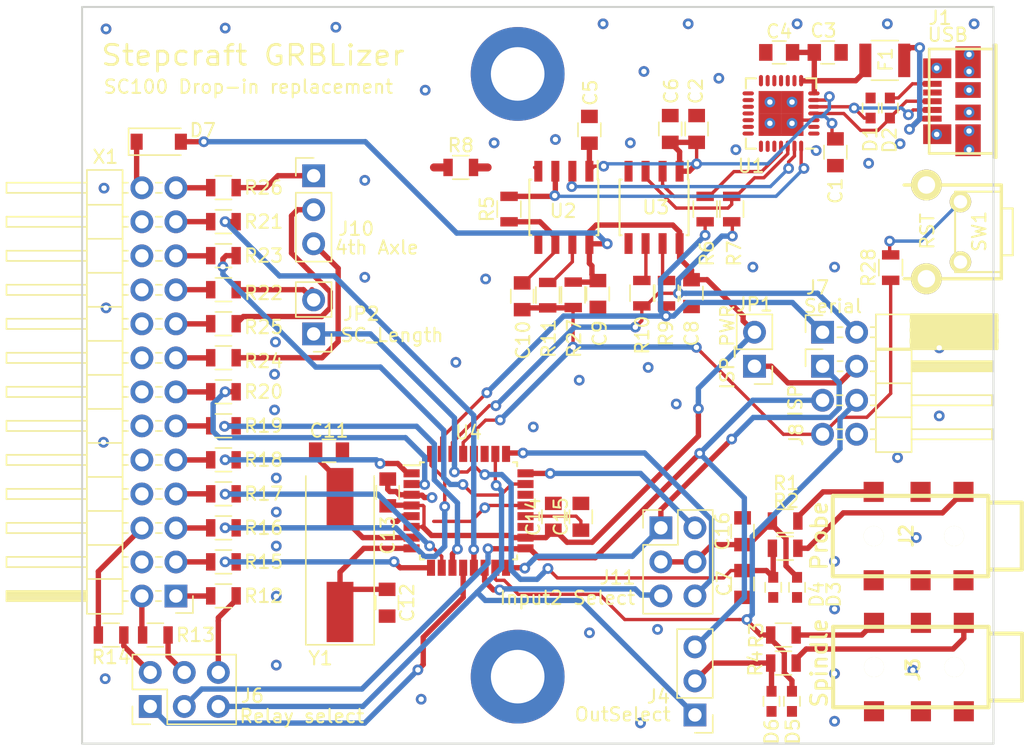
<source format=kicad_pcb>
(kicad_pcb (version 20170123) (host pcbnew "(2017-08-18 revision 28c04cbbf)-makepkg")
  (layers (0 F.Cu signal) (31 B.Cu signal) (34 B.Paste user) (35 F.Paste user) (36 B.SilkS user hide) (37 F.SilkS user hide) (38 B.Mask user hide) (39 F.Mask user hide) (44 Edge.Cuts user))
  (net 0 "")
  (net 1 "Net-(J1-Pad4)")
  (net 2 /SC_STEP_Z)
  (net 3 /SC_STEP_Y)
  (net 4 /SC_STEP_X)
  (net 5 /SC_DIR_X)
  (net 6 /SC_RELAY1)
  (net 7 "Net-(J3-Pad2)")
  (net 8 "Net-(F1-Pad2)")
  (net 9 GND)
  (net 10 /SC_VCC_5V)
  (net 11 /SC_REF_4)
  (net 12 /SC_REF_XYZ)
  (net 13 /SC_STOP)
  (net 14 /SC_LENGTH)
  (net 15 /SC_STEP_4)
  (net 16 /SC_DIR_4)
  (net 17 /SC_DIR_Z)
  (net 18 /SC_DIR_Y)
  (net 19 /SC_RELAY3)
  (net 20 /SC_RELAY2)
  (net 21 +5V)
  (net 22 /AVR_TX)
  (net 23 /AVR_RX)
  (net 24 "Net-(R6-Pad2)")
  (net 25 /AVR_RST)
  (net 26 "Net-(C3-Pad1)")
  (net 27 /AVR_XTAL2)
  (net 28 /AVR_XTAL1)
  (net 29 GNDD)
  (net 30 "Net-(R7-Pad2)")
  (net 31 "Net-(D2-Pad2)")
  (net 32 "Net-(R10-Pad2)")
  (net 33 /SpinDir/Cool)
  (net 34 /A5)
  (net 35 "Net-(J8-Pad2)")
  (net 36 /D3)
  (net 37 /D6)
  (net 38 /D5)
  (net 39 /D2)
  (net 40 /D7)
  (net 41 /D4)
  (net 42 /A1)
  (net 43 /A2)
  (net 44 /A3)
  (net 45 /D11_MOSI)
  (net 46 /D13_SCK)
  (net 47 /D12_MISO)
  (net 48 /D8)
  (net 49 /A4)
  (net 50 /A0)
  (net 51 /D10)
  (net 52 /D9)
  (net 53 "Net-(D1-Pad2)")
  (net 54 "Net-(R28-Pad2)")
  (net 55 "Net-(J9-Pad17)")
  (net 56 "Net-(J9-Pad15)")
  (net 57 "Net-(R5-Pad2)")
  (net 58 "Net-(C10-Pad2)")
  (net 59 "Net-(J6-Pad6)")
  (net 60 "Net-(J6-Pad2)")
  (net 61 "Net-(J6-Pad4)")
  (net 62 "Net-(R9-Pad2)")
  (net 63 "Net-(R11-Pad1)")
  (net 64 "Net-(U1-Pad27)")
  (net 65 "Net-(U4-Pad22)")
  (net 66 "Net-(C15-Pad1)")
  (net 67 "Net-(U4-Pad19)")
  (net 68 "Net-(U1-Pad24)")
  (net 69 "Net-(U1-Pad23)")
  (net 70 "Net-(U1-Pad22)")
  (net 71 "Net-(U1-Pad21)")
  (net 72 "Net-(U1-Pad20)")
  (net 73 "Net-(U1-Pad19)")
  (net 74 "Net-(U1-Pad18)")
  (net 75 "Net-(U1-Pad17)")
  (net 76 "Net-(U1-Pad16)")
  (net 77 "Net-(U1-Pad15)")
  (net 78 "Net-(U1-Pad14)")
  (net 79 "Net-(U1-Pad13)")
  (net 80 "Net-(U1-Pad12)")
  (net 81 "Net-(U1-Pad11)")
  (net 82 "Net-(U1-Pad10)")
  (net 83 "Net-(U1-Pad9)")
  (net 84 "Net-(U1-Pad2)")
  (net 85 "Net-(U1-Pad1)")
  (net 86 /Input2)
  (net 87 "Net-(J10-Pad1)")
  (net 88 "Net-(J10-Pad2)")
  (net 89 "Net-(JP2-Pad2)")
  (net 90 "Net-(J10-Pad3)")
  (net 91 "Net-(J2-Pad1)")
  (net 92 "Net-(J2-Pad2)")
  (net 93 "Net-(J3-Pad1)")
  (net 94 +5VP)
  (module iotta_footprints:conn_usb_B_micro_smd (layer F.Cu) (at 206.1035 92.0585 90)
    (fp_text reference J1 (at 6.22412 -2.08506 180) (layer F.SilkS))
    (fp_text value USB (at 4.95412 -1.51356 180) (layer F.SilkS))
    (pad "" smd rect (at -0.8382 0 90) (size 1.17348 1.89738) (layers F.Cu F.Paste F.Mask))
    (pad "" smd rect (at 0.8382 0 90) (size 1.17348 1.89738) (layers F.Cu F.Paste F.Mask))
    (pad 6 smd rect (at 2.91338 0 90) (size 2.3749 1.89738) (layers F.Cu F.Paste F.Mask) (net 9 GND))
    (pad 6 smd rect (at -2.91338 0 90) (size 2.3749 1.89738) (layers F.Cu F.Paste F.Mask) (net 9 GND))
    (pad 6 smd rect (at 2.46126 -2.2987 90) (size 1.4732 2.10058) (layers F.Cu F.Paste F.Mask) (net 9 GND))
    (pad 6 smd rect (at -2.46126 -2.2987 90) (size 1.4732 2.10058) (layers F.Cu F.Paste F.Mask) (net 9 GND))
    (pad 1 smd rect (at -1.30048 -2.65938 90) (size 0.44958 1.37922) (layers F.Cu F.Paste F.Mask) (net 8 "Net-(F1-Pad2)"))
    (pad 2 smd rect (at -0.65024 -2.65938 90) (size 0.44958 1.37922) (layers F.Cu F.Paste F.Mask) (net 53 "Net-(D1-Pad2)"))
    (pad 3 smd rect (at 0 -2.65938 90) (size 0.44958 1.37922) (layers F.Cu F.Paste F.Mask) (net 31 "Net-(D2-Pad2)"))
    (pad 4 smd rect (at 0.65024 -2.65938 90) (size 0.44958 1.37922) (layers F.Cu F.Paste F.Mask) (net 1 "Net-(J1-Pad4)"))
    (pad 5 smd rect (at 1.30048 -2.65938 90) (size 0.44958 1.37922) (layers F.Cu F.Paste F.Mask) (net 9 GND))
  )
  (module iotta_footprints:Stepcraft_SC100_Controller_Board (layer F.Cu) (at 208 85.02 180)
    (fp_text reference J9 hide)
    (fp_text value X1 (at 66.26236 -11.19028 180) (layer F.SilkS))
    (fp_line (start 68 0) (end 0 0) (layer Edge.Cuts) (width 0.15))
    (fp_line (start 68 -55) (end 68 0) (layer Edge.Cuts) (width 0.15))
    (fp_line (start 0 -55) (end 68 -55) (layer Edge.Cuts) (width 0.15))
    (fp_line (start 0 0) (end 0 -55) (layer Edge.Cuts) (width 0.15))
    (pad "" np_thru_hole circle (at 35.5 -5 180) (size 7 7) (drill 4) (layers *.Cu *.Mask) (clearance 1))
    (pad "" np_thru_hole circle (at 35.5 -50 180) (size 7 7) (drill 4) (layers *.Cu *.Mask) (clearance 1))
    (pad 1 thru_hole rect (at 61 -43.98 180) (size 1.7 1.7) (drill 1) (layers *.Cu *.Mask) (net 6 /SC_RELAY1))
    (pad 14 thru_hole oval (at 63.54 -43.98 180) (size 1.7 1.7) (drill 1) (layers *.Cu *.Mask) (net 20 /SC_RELAY2))
    (pad 2 thru_hole oval (at 61 -41.44 180) (size 1.7 1.7) (drill 1) (layers *.Cu *.Mask) (net 5 /SC_DIR_X))
    (pad 15 thru_hole oval (at 63.54 -41.44 180) (size 1.7 1.7) (drill 1) (layers *.Cu *.Mask) (net 56 "Net-(J9-Pad15)"))
    (pad 3 thru_hole oval (at 61 -38.9 180) (size 1.7 1.7) (drill 1) (layers *.Cu *.Mask) (net 4 /SC_STEP_X))
    (pad 16 thru_hole oval (at 63.54 -38.9 180) (size 1.7 1.7) (drill 1) (layers *.Cu *.Mask) (net 19 /SC_RELAY3))
    (pad 4 thru_hole oval (at 61 -36.36 180) (size 1.7 1.7) (drill 1) (layers *.Cu *.Mask) (net 18 /SC_DIR_Y))
    (pad 17 thru_hole oval (at 63.54 -36.36 180) (size 1.7 1.7) (drill 1) (layers *.Cu *.Mask) (net 55 "Net-(J9-Pad17)"))
    (pad 5 thru_hole oval (at 61 -33.82 180) (size 1.7 1.7) (drill 1) (layers *.Cu *.Mask) (net 3 /SC_STEP_Y))
    (pad 18 thru_hole oval (at 63.54 -33.82 180) (size 1.7 1.7) (drill 1) (layers *.Cu *.Mask) (net 29 GNDD))
    (pad 6 thru_hole oval (at 61 -31.28 180) (size 1.7 1.7) (drill 1) (layers *.Cu *.Mask) (net 17 /SC_DIR_Z))
    (pad 19 thru_hole oval (at 63.54 -31.28 180) (size 1.7 1.7) (drill 1) (layers *.Cu *.Mask) (net 29 GNDD))
    (pad 7 thru_hole oval (at 61 -28.74 180) (size 1.7 1.7) (drill 1) (layers *.Cu *.Mask) (net 2 /SC_STEP_Z))
    (pad 20 thru_hole oval (at 63.54 -28.74 180) (size 1.7 1.7) (drill 1) (layers *.Cu *.Mask) (net 29 GNDD))
    (pad 8 thru_hole oval (at 61 -26.2 180) (size 1.7 1.7) (drill 1) (layers *.Cu *.Mask) (net 16 /SC_DIR_4))
    (pad 21 thru_hole oval (at 63.54 -26.2 180) (size 1.7 1.7) (drill 1) (layers *.Cu *.Mask) (net 29 GNDD))
    (pad 9 thru_hole oval (at 61 -23.66 180) (size 1.7 1.7) (drill 1) (layers *.Cu *.Mask) (net 15 /SC_STEP_4))
    (pad 22 thru_hole oval (at 63.54 -23.66 180) (size 1.7 1.7) (drill 1) (layers *.Cu *.Mask) (net 29 GNDD))
    (pad 10 thru_hole oval (at 61 -21.12 180) (size 1.7 1.7) (drill 1) (layers *.Cu *.Mask) (net 14 /SC_LENGTH))
    (pad 23 thru_hole oval (at 63.54 -21.12 180) (size 1.7 1.7) (drill 1) (layers *.Cu *.Mask) (net 29 GNDD))
    (pad 11 thru_hole oval (at 61 -18.58 180) (size 1.7 1.7) (drill 1) (layers *.Cu *.Mask) (net 13 /SC_STOP))
    (pad 24 thru_hole oval (at 63.54 -18.58 180) (size 1.7 1.7) (drill 1) (layers *.Cu *.Mask) (net 29 GNDD))
    (pad 12 thru_hole oval (at 61 -16.04 180) (size 1.7 1.7) (drill 1) (layers *.Cu *.Mask) (net 12 /SC_REF_XYZ))
    (pad 25 thru_hole oval (at 63.54 -16.04 180) (size 1.7 1.7) (drill 1) (layers *.Cu *.Mask) (net 29 GNDD))
    (pad 13 thru_hole oval (at 61 -13.5 180) (size 1.7 1.7) (drill 1) (layers *.Cu *.Mask) (net 11 /SC_REF_4))
    (pad 26 thru_hole oval (at 63.54 -13.5 180) (size 1.7 1.7) (drill 1) (layers *.Cu *.Mask) (net 10 /SC_VCC_5V))
  )
  (module Capacitors_SMD:C_0805 (layer F.Cu) (at 189.281 124.164 90)
    (fp_text reference C16 (at 0 -1.5 90) (layer F.SilkS))
    (fp_text value 100n)
    (pad 2 smd rect (at 1 0 90) (size 1 1.25) (layers F.Cu F.Paste F.Mask) (net 29 GNDD))
    (pad 1 smd rect (at -1 0 90) (size 1 1.25) (layers F.Cu F.Paste F.Mask) (net 86 /Input2))
  )
  (module Pin_Headers:Pin_Header_Straight_1x02_Pitch2.54mm (layer F.Cu) (at 157.277 109.432 180)
    (fp_text reference JP2 (at -3.56144 1.49962 180) (layer F.SilkS))
    (fp_text value SC_Length (at -5.84744 -0.08788 180) (layer F.SilkS))
    (pad 2 thru_hole oval (at 0 2.54 180) (size 1.7 1.7) (drill 1) (layers *.Cu *.Mask) (net 89 "Net-(JP2-Pad2)"))
    (pad 1 thru_hole rect (at 0 0 180) (size 1.7 1.7) (drill 1) (layers *.Cu *.Mask) (net 34 /A5))
  )
  (module Pin_Headers:Pin_Header_Straight_1x03_Pitch2.54mm (layer F.Cu) (at 157.277 97.621)
    (fp_text reference J10 (at 3.18044 3.96138) (layer F.SilkS))
    (fp_text value "4th Axle" (at 4.70444 5.35838) (layer F.SilkS))
    (pad 3 thru_hole oval (at 0 5.08) (size 1.7 1.7) (drill 1) (layers *.Cu *.Mask) (net 90 "Net-(J10-Pad3)"))
    (pad 2 thru_hole oval (at 0 2.54) (size 1.7 1.7) (drill 1) (layers *.Cu *.Mask) (net 88 "Net-(J10-Pad2)"))
    (pad 1 thru_hole rect (at 0 0) (size 1.7 1.7) (drill 1) (layers *.Cu *.Mask) (net 87 "Net-(J10-Pad1)"))
  )
  (module Pin_Headers:Pin_Header_Straight_2x03_Pitch2.54mm (layer F.Cu) (at 183.185 123.91)
    (fp_text reference J11 (at -3.23306 3.70738) (layer F.SilkS))
    (fp_text value "Input2 Select" (at -6.97956 5.23138) (layer F.SilkS))
    (pad 6 thru_hole oval (at 2.54 5.08) (size 1.7 1.7) (drill 1) (layers *.Cu *.Mask) (net 43 /A2))
    (pad 5 thru_hole oval (at 0 5.08) (size 1.7 1.7) (drill 1) (layers *.Cu *.Mask) (net 51 /D10))
    (pad 4 thru_hole oval (at 2.54 2.54) (size 1.7 1.7) (drill 1) (layers *.Cu *.Mask) (net 86 /Input2))
    (pad 3 thru_hole oval (at 0 2.54) (size 1.7 1.7) (drill 1) (layers *.Cu *.Mask) (net 86 /Input2))
    (pad 2 thru_hole oval (at 2.54 0) (size 1.7 1.7) (drill 1) (layers *.Cu *.Mask) (net 42 /A1))
    (pad 1 thru_hole rect (at 0 0) (size 1.7 1.7) (drill 1) (layers *.Cu *.Mask) (net 47 /D12_MISO))
  )
  (module Pin_Headers:Pin_Header_Straight_2x03_Pitch2.54mm (layer F.Cu) (at 145.085 137.245 90)
    (fp_text reference J6 (at 0.80112 7.62544 180) (layer F.SilkS))
    (fp_text value "Relay select" (at -0.72288 11.30844 180) (layer F.SilkS))
    (pad 6 thru_hole oval (at 2.54 5.08 90) (size 1.7 1.7) (drill 1) (layers *.Cu *.Mask) (net 59 "Net-(J6-Pad6)"))
    (pad 5 thru_hole oval (at 0 5.08 90) (size 1.7 1.7) (drill 1) (layers *.Cu *.Mask) (net 44 /A3))
    (pad 4 thru_hole oval (at 2.54 2.54 90) (size 1.7 1.7) (drill 1) (layers *.Cu *.Mask) (net 61 "Net-(J6-Pad4)"))
    (pad 3 thru_hole oval (at 0 2.54 90) (size 1.7 1.7) (drill 1) (layers *.Cu *.Mask) (net 46 /D13_SCK))
    (pad 2 thru_hole oval (at 2.54 0 90) (size 1.7 1.7) (drill 1) (layers *.Cu *.Mask) (net 60 "Net-(J6-Pad2)"))
    (pad 1 thru_hole rect (at 0 0 90) (size 1.7 1.7) (drill 1) (layers *.Cu *.Mask) (net 48 /D8))
  )
  (module Capacitors_SMD:C_0805 (layer F.Cu) (at 189.281 128.101 270)
    (fp_text reference C7 (at -0.03912 1.39156 270) (layer F.SilkS))
    (fp_text value 100n)
    (pad 1 smd rect (at -1 0 270) (size 1 1.25) (layers F.Cu F.Paste F.Mask) (net 34 /A5))
    (pad 2 smd rect (at 1 0 270) (size 1 1.25) (layers F.Cu F.Paste F.Mask) (net 29 GNDD))
  )
  (module Capacitors_SMD:C_0805 (layer F.Cu) (at 177.216 123.0845 90)
    (fp_text reference C15 (at 0 -1.5 90) (layer F.SilkS))
    (fp_text value 100n)
    (pad 2 smd rect (at 1 0 90) (size 1 1.25) (layers F.Cu F.Paste F.Mask) (net 29 GNDD))
    (pad 1 smd rect (at -1 0 90) (size 1 1.25) (layers F.Cu F.Paste F.Mask) (net 66 "Net-(C15-Pad1)"))
  )
  (module Pin_Headers:Pin_Header_Straight_1x03_Pitch2.54mm (layer F.Cu) (at 185.725 137.88 180)
    (fp_text reference J4 (at 2.72506 1.37262 180) (layer F.SilkS))
    (fp_text value OutSelect (at 5.39206 0.03912 180) (layer F.SilkS))
    (pad 1 thru_hole rect (at 0 0 180) (size 1.7 1.7) (drill 1) (layers *.Cu *.Mask) (net 44 /A3))
    (pad 2 thru_hole oval (at 0 2.54 180) (size 1.7 1.7) (drill 1) (layers *.Cu *.Mask) (net 33 /SpinDir/Cool))
    (pad 3 thru_hole oval (at 0 5.08 180) (size 1.7 1.7) (drill 1) (layers *.Cu *.Mask) (net 46 /D13_SCK))
  )
  (module Resistors_SMD:R_0805 (layer F.Cu) (at 150.546 106.13 180)
    (fp_text reference R22 (at -3 -0.25 180) (layer F.SilkS))
    (fp_text value 100)
    (pad 1 smd rect (at -0.95 0 180) (size 0.7 1.3) (layers F.Cu F.Paste F.Mask) (net 89 "Net-(JP2-Pad2)"))
    (pad 2 smd rect (at 0.95 0 180) (size 0.7 1.3) (layers F.Cu F.Paste F.Mask) (net 14 /SC_LENGTH))
  )
  (module Resistors_SMD:R_0805 (layer F.Cu) (at 150.546 113.75 180)
    (fp_text reference R20 (at -3 0 180) (layer F.SilkS))
    (fp_text value 100)
    (pad 2 smd rect (at 0.95 0 180) (size 0.7 1.3) (layers F.Cu F.Paste F.Mask) (net 2 /SC_STEP_Z))
    (pad 1 smd rect (at -0.95 0 180) (size 0.7 1.3) (layers F.Cu F.Paste F.Mask) (net 41 /D4))
  )
  (module Resistors_SMD:R_0805 (layer F.Cu) (at 150.546 116.29 180)
    (fp_text reference R19 (at -3 0 180) (layer F.SilkS))
    (fp_text value 100)
    (pad 1 smd rect (at -0.95 0 180) (size 0.7 1.3) (layers F.Cu F.Paste F.Mask) (net 40 /D7))
    (pad 2 smd rect (at 0.95 0 180) (size 0.7 1.3) (layers F.Cu F.Paste F.Mask) (net 17 /SC_DIR_Z))
  )
  (module Resistors_SMD:R_0805 (layer F.Cu) (at 145.466 131.911 180)
    (fp_text reference R13 (at -3 0 180) (layer F.SilkS))
    (fp_text value 100)
    (pad 2 smd rect (at 0.95 0 180) (size 0.7 1.3) (layers F.Cu F.Paste F.Mask) (net 20 /SC_RELAY2))
    (pad 1 smd rect (at -0.95 0 180) (size 0.7 1.3) (layers F.Cu F.Paste F.Mask) (net 61 "Net-(J6-Pad4)"))
  )
  (module Resistors_SMD:R_0805 (layer F.Cu) (at 150.546 126.45 180)
    (fp_text reference R15 (at -3 0 180) (layer F.SilkS))
    (fp_text value 100)
    (pad 2 smd rect (at 0.95 0 180) (size 0.7 1.3) (layers F.Cu F.Paste F.Mask) (net 5 /SC_DIR_X))
    (pad 1 smd rect (at -0.95 0 180) (size 0.7 1.3) (layers F.Cu F.Paste F.Mask) (net 38 /D5))
  )
  (module Resistors_SMD:R_0805 (layer F.Cu) (at 150.546 123.91 180)
    (fp_text reference R16 (at -3 0 180) (layer F.SilkS))
    (fp_text value 100)
    (pad 1 smd rect (at -0.95 0 180) (size 0.7 1.3) (layers F.Cu F.Paste F.Mask) (net 39 /D2))
    (pad 2 smd rect (at 0.95 0 180) (size 0.7 1.3) (layers F.Cu F.Paste F.Mask) (net 4 /SC_STEP_X))
  )
  (module Resistors_SMD:R_0805 (layer F.Cu) (at 150.546 101.05 180)
    (fp_text reference R21 (at -3 0 180) (layer F.SilkS))
    (fp_text value 100)
    (pad 1 smd rect (at -0.95 0 180) (size 0.7 1.3) (layers F.Cu F.Paste F.Mask) (net 52 /D9))
    (pad 2 smd rect (at 0.95 0 180) (size 0.7 1.3) (layers F.Cu F.Paste F.Mask) (net 12 /SC_REF_XYZ))
  )
  (module Resistors_SMD:R_0805 (layer F.Cu) (at 150.546 103.59 180)
    (fp_text reference R23 (at -3 0 180) (layer F.SilkS))
    (fp_text value 100)
    (pad 2 smd rect (at 0.95 0 180) (size 0.7 1.3) (layers F.Cu F.Paste F.Mask) (net 13 /SC_STOP))
    (pad 1 smd rect (at -0.95 0 180) (size 0.7 1.3) (layers F.Cu F.Paste F.Mask) (net 50 /A0))
  )
  (module Resistors_SMD:R_0805 (layer F.Cu) (at 150.546 111.21 180)
    (fp_text reference R24 (at -3 -0.25 180) (layer F.SilkS))
    (fp_text value 100)
    (pad 1 smd rect (at -0.95 0 180) (size 0.7 1.3) (layers F.Cu F.Paste F.Mask) (net 90 "Net-(J10-Pad3)"))
    (pad 2 smd rect (at 0.95 0 180) (size 0.7 1.3) (layers F.Cu F.Paste F.Mask) (net 16 /SC_DIR_4))
  )
  (module Resistors_SMD:R_0805 (layer F.Cu) (at 150.546 108.67 180)
    (fp_text reference R25 (at -3 -0.25 180) (layer F.SilkS))
    (fp_text value 100)
    (pad 2 smd rect (at 0.95 0 180) (size 0.7 1.3) (layers F.Cu F.Paste F.Mask) (net 15 /SC_STEP_4))
    (pad 1 smd rect (at -0.95 0 180) (size 0.7 1.3) (layers F.Cu F.Paste F.Mask) (net 88 "Net-(J10-Pad2)"))
  )
  (module Resistors_SMD:R_0805 (layer F.Cu) (at 150.546 98.51 180)
    (fp_text reference R26 (at -3 0 180) (layer F.SilkS))
    (fp_text value 100)
    (pad 1 smd rect (at -0.95 0 180) (size 0.7 1.3) (layers F.Cu F.Paste F.Mask) (net 87 "Net-(J10-Pad1)"))
    (pad 2 smd rect (at 0.95 0 180) (size 0.7 1.3) (layers F.Cu F.Paste F.Mask) (net 11 /SC_REF_4))
  )
  (module Resistors_SMD:R_0805 (layer F.Cu) (at 142.164 131.911 180)
    (fp_text reference R14 (at 0 -1.65 180) (layer F.SilkS))
    (fp_text value 100)
    (pad 1 smd rect (at -0.95 0 180) (size 0.7 1.3) (layers F.Cu F.Paste F.Mask) (net 60 "Net-(J6-Pad2)"))
    (pad 2 smd rect (at 0.95 0 180) (size 0.7 1.3) (layers F.Cu F.Paste F.Mask) (net 19 /SC_RELAY3))
  )
  (module Resistors_SMD:R_0805 (layer F.Cu) (at 150.546 121.37 180)
    (fp_text reference R17 (at -3 0 180) (layer F.SilkS))
    (fp_text value 100)
    (pad 2 smd rect (at 0.95 0 180) (size 0.7 1.3) (layers F.Cu F.Paste F.Mask) (net 18 /SC_DIR_Y))
    (pad 1 smd rect (at -0.95 0 180) (size 0.7 1.3) (layers F.Cu F.Paste F.Mask) (net 37 /D6))
  )
  (module Resistors_SMD:R_0805 (layer F.Cu) (at 150.546 118.83 180)
    (fp_text reference R18 (at -3 0 180) (layer F.SilkS))
    (fp_text value 100)
    (pad 1 smd rect (at -0.95 0 180) (size 0.7 1.3) (layers F.Cu F.Paste F.Mask) (net 36 /D3))
    (pad 2 smd rect (at 0.95 0 180) (size 0.7 1.3) (layers F.Cu F.Paste F.Mask) (net 3 /SC_STEP_Y))
  )
  (module Resistors_SMD:R_0805 (layer F.Cu) (at 150.546 128.99 180)
    (fp_text reference R12 (at -3 0 180) (layer F.SilkS))
    (fp_text value 100)
    (pad 2 smd rect (at 0.95 0 180) (size 0.7 1.3) (layers F.Cu F.Paste F.Mask) (net 6 /SC_RELAY1))
    (pad 1 smd rect (at -0.95 0 180) (size 0.7 1.3) (layers F.Cu F.Paste F.Mask) (net 59 "Net-(J6-Pad6)"))
  )
  (module Pin_Headers:Pin_Header_Angled_2x01_Pitch2.54mm (layer F.Cu) (at 195.25 109.305)
    (fp_text reference J7 (at -0.37556 -3.34112) (layer F.SilkS))
    (fp_text value Serial (at 0.76744 -1.94412) (layer F.SilkS))
    (pad 1 thru_hole rect (at 0 0) (size 1.7 1.7) (drill 1) (layers *.Cu *.Mask) (net 22 /AVR_TX))
    (pad 2 thru_hole oval (at 2.54 0) (size 1.7 1.7) (drill 1) (layers *.Cu *.Mask) (net 23 /AVR_RX))
  )
  (module Capacitors_SMD:C_0603 (layer F.Cu) (at 192.964 136.864 270)
    (fp_text reference D5 (at 2.24688 -0.06894 270) (layer F.SilkS))
    (fp_text value D_TVS)
    (pad 2 smd rect (at 0.75 0 270) (size 0.8 0.75) (layers F.Cu F.Paste F.Mask) (net 29 GNDD))
    (pad 1 smd rect (at -0.75 0 270) (size 0.8 0.75) (layers F.Cu F.Paste F.Mask) (net 45 /D11_MOSI))
  )
  (module Capacitors_SMD:C_0603 (layer F.Cu) (at 191.567 128.355 270)
    (fp_text reference D4 (at 0.53238 -3.24394 270) (layer F.SilkS))
    (fp_text value D_TVS)
    (pad 1 smd rect (at -0.75 0 270) (size 0.8 0.75) (layers F.Cu F.Paste F.Mask) (net 34 /A5))
    (pad 2 smd rect (at 0.75 0 270) (size 0.8 0.75) (layers F.Cu F.Paste F.Mask) (net 29 GNDD))
  )
  (module Capacitors_SMD:C_0603 (layer F.Cu) (at 193.345 128.355 270)
    (fp_text reference D3 (at 0.53238 -2.73594 270) (layer F.SilkS))
    (fp_text value D_TVS)
    (pad 2 smd rect (at 0.75 0 270) (size 0.8 0.75) (layers F.Cu F.Paste F.Mask) (net 29 GNDD))
    (pad 1 smd rect (at -0.75 0 270) (size 0.8 0.75) (layers F.Cu F.Paste F.Mask) (net 86 /Input2))
  )
  (module Capacitors_SMD:C_0603 (layer F.Cu) (at 200.27194 92.56538 270)
    (fp_text reference D2 (at 2.39928 0.01996 270) (layer F.SilkS))
    (fp_text value D_TVS)
    (pad 1 smd rect (at -0.75 0 270) (size 0.8 0.75) (layers F.Cu F.Paste F.Mask) (net 9 GND))
    (pad 2 smd rect (at 0.75 0 270) (size 0.8 0.75) (layers F.Cu F.Paste F.Mask) (net 31 "Net-(D2-Pad2)"))
  )
  (module Capacitors_SMD:C_0603 (layer F.Cu) (at 198.8314 92.56538 270)
    (fp_text reference D1 (at 2.33578 0.01996 270) (layer F.SilkS))
    (fp_text value D_TVS)
    (pad 2 smd rect (at 0.75 0 270) (size 0.8 0.75) (layers F.Cu F.Paste F.Mask) (net 53 "Net-(D1-Pad2)"))
    (pad 1 smd rect (at -0.75 0 270) (size 0.8 0.75) (layers F.Cu F.Paste F.Mask) (net 9 GND))
  )
  (module Capacitors_SMD:C_0603 (layer F.Cu) (at 191.44 136.864 270)
    (fp_text reference D6 (at 2.24688 -0.00544 270) (layer F.SilkS))
    (fp_text value D_TVS)
    (pad 1 smd rect (at -0.75 0 270) (size 0.8 0.75) (layers F.Cu F.Paste F.Mask) (net 33 /SpinDir/Cool))
    (pad 2 smd rect (at 0.75 0 270) (size 0.8 0.75) (layers F.Cu F.Paste F.Mask) (net 29 GNDD))
  )
  (module Resistors_SMD:R_0805 (layer F.Cu) (at 192.329 134.0065 180)
    (fp_text reference R4 (at 2.09006 -0.02438 270) (layer F.SilkS))
    (fp_text value 100)
    (pad 2 smd rect (at 0.95 0 180) (size 0.7 1.3) (layers F.Cu F.Paste F.Mask) (net 33 /SpinDir/Cool))
    (pad 1 smd rect (at -0.95 0 180) (size 0.7 1.3) (layers F.Cu F.Paste F.Mask) (net 93 "Net-(J3-Pad1)"))
  )
  (module Resistors_SMD:R_0805 (layer F.Cu) (at 192.329 131.911 180)
    (fp_text reference R3 (at 2.02656 -0.02438 90) (layer F.SilkS))
    (fp_text value 100)
    (pad 1 smd rect (at -0.95 0 180) (size 0.7 1.3) (layers F.Cu F.Paste F.Mask) (net 7 "Net-(J3-Pad2)"))
    (pad 2 smd rect (at 0.95 0 180) (size 0.7 1.3) (layers F.Cu F.Paste F.Mask) (net 45 /D11_MOSI))
  )
  (module Resistors_SMD:R_0805 (layer F.Cu) (at 192.456 125.434 180)
    (fp_text reference R2 (at -0.06894 3.53162 180) (layer F.SilkS))
    (fp_text value 100)
    (pad 2 smd rect (at 0.95 0 180) (size 0.7 1.3) (layers F.Cu F.Paste F.Mask) (net 34 /A5))
    (pad 1 smd rect (at -0.95 0 180) (size 0.7 1.3) (layers F.Cu F.Paste F.Mask) (net 91 "Net-(J2-Pad1)"))
  )
  (module Resistors_SMD:R_0805 (layer F.Cu) (at 192.456 123.402 180)
    (fp_text reference R1 (at -0.06894 2.83312 180) (layer F.SilkS))
    (fp_text value 100)
    (pad 1 smd rect (at -0.95 0 180) (size 0.7 1.3) (layers F.Cu F.Paste F.Mask) (net 92 "Net-(J2-Pad2)"))
    (pad 2 smd rect (at 0.95 0 180) (size 0.7 1.3) (layers F.Cu F.Paste F.Mask) (net 86 /Input2))
  )
  (module Resistors_SMD:R_0805 (layer F.Cu) (at 174.7395 106.5364 270)
    (fp_text reference R11 (at 3.23748 -0.06894 270) (layer F.SilkS))
    (fp_text value 100)
    (pad 2 smd rect (at 0.95 0 270) (size 0.7 1.3) (layers F.Cu F.Paste F.Mask) (net 25 /AVR_RST))
    (pad 1 smd rect (at -0.95 0 270) (size 0.7 1.3) (layers F.Cu F.Paste F.Mask) (net 63 "Net-(R11-Pad1)"))
  )
  (module Capacitors_SMD:C_0805 (layer F.Cu) (at 185.471 106.384 270)
    (fp_text reference C8 (at 3.00888 -0.00544 270) (layer F.SilkS))
    (fp_text value 100n)
    (pad 1 smd rect (at -1 0 270) (size 1 1.25) (layers F.Cu F.Paste F.Mask) (net 21 +5V))
    (pad 2 smd rect (at 1 0 270) (size 1 1.25) (layers F.Cu F.Paste F.Mask) (net 29 GNDD))
  )
  (module Capacitors_SMD:C_0805 (layer F.Cu) (at 177.851 94.192 90)
    (fp_text reference C5 (at 2.76962 0.06894 90) (layer F.SilkS))
    (fp_text value 100n)
    (pad 2 smd rect (at 1 0 90) (size 1 1.25) (layers F.Cu F.Paste F.Mask) (net 9 GND))
    (pad 1 smd rect (at -1 0 90) (size 1 1.25) (layers F.Cu F.Paste F.Mask) (net 94 +5VP))
  )
  (module Capacitors_SMD:C_0805 (layer F.Cu) (at 178.486 106.4475 270)
    (fp_text reference C9 (at 2.94538 -0.13244 270) (layer F.SilkS))
    (fp_text value 100n)
    (pad 1 smd rect (at -1 0 270) (size 1 1.25) (layers F.Cu F.Paste F.Mask) (net 21 +5V))
    (pad 2 smd rect (at 1 0 270) (size 1 1.25) (layers F.Cu F.Paste F.Mask) (net 29 GNDD))
  )
  (module Capacitors_SMD:C_0805 (layer F.Cu) (at 183.8835 94.1285 90)
    (fp_text reference C6 (at 2.83312 0.06894 90) (layer F.SilkS))
    (fp_text value 100n)
    (pad 2 smd rect (at 1 0 90) (size 1 1.25) (layers F.Cu F.Paste F.Mask) (net 9 GND))
    (pad 1 smd rect (at -1 0 90) (size 1 1.25) (layers F.Cu F.Paste F.Mask) (net 94 +5VP))
  )
  (module Housings_SOIC:SOIC-8_3.9x4.9mm_Pitch1.27mm (layer F.Cu) (at 175.946 99.9832 270)
    (fp_text reference U2 (at 0.26568 0.05806) (layer F.SilkS))
    (fp_text value ADuM1201BR)
    (pad 8 smd rect (at 2.7 -1.905 270) (size 1.55 0.6) (layers F.Cu F.Paste F.Mask) (net 21 +5V))
    (pad 7 smd rect (at 2.7 -0.635 270) (size 1.55 0.6) (layers F.Cu F.Paste F.Mask) (net 63 "Net-(R11-Pad1)"))
    (pad 6 smd rect (at 2.7 0.635 270) (size 1.55 0.6) (layers F.Cu F.Paste F.Mask) (net 58 "Net-(C10-Pad2)"))
    (pad 5 smd rect (at 2.7 1.905 270) (size 1.55 0.6) (layers F.Cu F.Paste F.Mask) (net 29 GNDD))
    (pad 4 smd rect (at -2.7 1.905 270) (size 1.55 0.6) (layers F.Cu F.Paste F.Mask) (net 9 GND))
    (pad 3 smd rect (at -2.7 0.635 270) (size 1.55 0.6) (layers F.Cu F.Paste F.Mask) (net 57 "Net-(R5-Pad2)"))
    (pad 2 smd rect (at -2.7 -0.635 270) (size 1.55 0.6) (layers F.Cu F.Paste F.Mask) (net 64 "Net-(U1-Pad27)"))
    (pad 1 smd rect (at -2.7 -1.905 270) (size 1.55 0.6) (layers F.Cu F.Paste F.Mask) (net 94 +5VP))
  )
  (module Resistors_SMD:R_0805 (layer F.Cu) (at 168.25644 97.00088)
    (fp_text reference R8 (at 0 -1.65) (layer F.SilkS))
    (fp_text value "0 (DNP)")
    (pad 1 smd rect (at -0.95 0) (size 0.7 1.3) (layers F.Cu F.Paste F.Mask) (net 29 GNDD))
    (pad 2 smd rect (at 0.95 0) (size 0.7 1.3) (layers F.Cu F.Paste F.Mask) (net 9 GND))
  )
  (module Resistors_SMD:R_0805 (layer F.Cu) (at 171.8566 100.1102 90)
    (fp_text reference R5 (at 0 -1.65 90) (layer F.SilkS))
    (fp_text value "0 (DNP)")
    (pad 2 smd rect (at 0.95 0 90) (size 0.7 1.3) (layers F.Cu F.Paste F.Mask) (net 57 "Net-(R5-Pad2)"))
    (pad 1 smd rect (at -0.95 0 90) (size 0.7 1.3) (layers F.Cu F.Paste F.Mask) (net 58 "Net-(C10-Pad2)"))
  )
  (module Capacitors_SMD:C_0805 (layer F.Cu) (at 196.20794 95.86738 270)
    (fp_text reference C1 (at 2.88188 -0.00544 270) (layer F.SilkS))
    (fp_text value 1u)
    (pad 2 smd rect (at 1 0 270) (size 1 1.25) (layers F.Cu F.Paste F.Mask) (net 9 GND))
    (pad 1 smd rect (at -1 0 270) (size 1 1.25) (layers F.Cu F.Paste F.Mask) (net 94 +5VP))
  )
  (module Pin_Headers:Pin_Header_Straight_1x02_Pitch2.54mm (layer F.Cu) (at 190.17 111.845 180)
    (fp_text reference JP1 (at -0.00544 4.61112 180) (layer F.SilkS))
    (fp_text value ISP_PWR (at 2.02656 1.43612 270) (layer F.SilkS))
    (pad 2 thru_hole oval (at 0 2.54 180) (size 1.7 1.7) (drill 1) (layers *.Cu *.Mask) (net 21 +5V))
    (pad 1 thru_hole rect (at 0 0 180) (size 1.7 1.7) (drill 1) (layers *.Cu *.Mask) (net 35 "Net-(J8-Pad2)"))
  )
  (module Capacitors_SMD:C_0805 (layer F.Cu) (at 158.42544 118.15588)
    (fp_text reference C11 (at 0 -1.5) (layer F.SilkS))
    (fp_text value 100n)
    (pad 1 smd rect (at -1 0) (size 1 1.25) (layers F.Cu F.Paste F.Mask) (net 28 /AVR_XTAL1))
    (pad 2 smd rect (at 1 0) (size 1 1.25) (layers F.Cu F.Paste F.Mask) (net 29 GNDD))
  )
  (module Capacitors_SMD:C_0805 (layer F.Cu) (at 162.75644 129.50088 270)
    (fp_text reference C12 (at 0 -1.5 270) (layer F.SilkS))
    (fp_text value 100n)
    (pad 2 smd rect (at 1 0 270) (size 1 1.25) (layers F.Cu F.Paste F.Mask) (net 29 GNDD))
    (pad 1 smd rect (at -1 0 270) (size 1 1.25) (layers F.Cu F.Paste F.Mask) (net 27 /AVR_XTAL2))
  )
  (module Crystals:Crystal_SMD_HC49-SD (layer F.Cu) (at 159.2455 125.942 90)
    (fp_text reference Y1 (at -7.70788 -1.45506 180) (layer F.SilkS))
    (fp_text value Crystal)
    (pad 2 smd rect (at 4.25 0 90) (size 4.5 2) (layers F.Cu F.Paste F.Mask) (net 28 /AVR_XTAL1))
    (pad 1 smd rect (at -4.25 0 90) (size 4.5 2) (layers F.Cu F.Paste F.Mask) (net 27 /AVR_XTAL2))
  )
  (module Capacitors_SMD:C_0805 (layer F.Cu) (at 185.852 94.1285 90)
    (fp_text reference C2 (at 2.83312 -0.05806 90) (layer F.SilkS))
    (fp_text value 100n)
    (pad 2 smd rect (at 1 0 90) (size 1 1.25) (layers F.Cu F.Paste F.Mask) (net 9 GND))
    (pad 1 smd rect (at -1 0 90) (size 1 1.25) (layers F.Cu F.Paste F.Mask) (net 94 +5VP))
  )
  (module Capacitors_SMD:C_0805 (layer F.Cu) (at 195.631 88.4135)
    (fp_text reference C3 (at -0.3125 -1.6285) (layer F.SilkS))
    (fp_text value 100n)
    (pad 1 smd rect (at -1 0) (size 1 1.25) (layers F.Cu F.Paste F.Mask) (net 26 "Net-(C3-Pad1)"))
    (pad 2 smd rect (at 1 0) (size 1 1.25) (layers F.Cu F.Paste F.Mask) (net 9 GND))
  )
  (module Capacitors_SMD:C_0805 (layer F.Cu) (at 192.0115 88.4135 180)
    (fp_text reference C4 (at 0 1.5621 180) (layer F.SilkS))
    (fp_text value 1u)
    (pad 2 smd rect (at 1 0 180) (size 1 1.25) (layers F.Cu F.Paste F.Mask) (net 9 GND))
    (pad 1 smd rect (at -1 0 180) (size 1 1.25) (layers F.Cu F.Paste F.Mask) (net 26 "Net-(C3-Pad1)"))
  )
  (module Capacitors_SMD:C_0805 (layer F.Cu) (at 172.8345 106.622 90)
    (fp_text reference C10 (at -3.27888 0.06894 90) (layer F.SilkS))
    (fp_text value 100n)
    (pad 2 smd rect (at 1 0 90) (size 1 1.25) (layers F.Cu F.Paste F.Mask) (net 58 "Net-(C10-Pad2)"))
    (pad 1 smd rect (at -1 0 90) (size 1 1.25) (layers F.Cu F.Paste F.Mask) (net 25 /AVR_RST))
  )
  (module Resistors_SMD:R_0805 (layer F.Cu) (at 176.6445 106.511 90)
    (fp_text reference R27 (at -3.26288 0.06894 90) (layer F.SilkS))
    (fp_text value 10k)
    (pad 1 smd rect (at -0.95 0 90) (size 0.7 1.3) (layers F.Cu F.Paste F.Mask) (net 25 /AVR_RST))
    (pad 2 smd rect (at 0.95 0 90) (size 0.7 1.3) (layers F.Cu F.Paste F.Mask) (net 21 +5V))
  )
  (module Resistors_SMD:R_0805 (layer F.Cu) (at 200.33 104.479 90)
    (fp_text reference R28 (at 0 -1.65 90) (layer F.SilkS))
    (fp_text value 300)
    (pad 2 smd rect (at 0.95 0 90) (size 0.7 1.3) (layers F.Cu F.Paste F.Mask) (net 54 "Net-(R28-Pad2)"))
    (pad 1 smd rect (at -0.95 0 90) (size 0.7 1.3) (layers F.Cu F.Paste F.Mask) (net 25 /AVR_RST))
  )
  (module Resistors_SMD:R_0805 (layer F.Cu) (at 186.487 100.1102 90)
    (fp_text reference R6 (at -3.31368 0.13244 90) (layer F.SilkS))
    (fp_text value "100 (DNP)")
    (pad 1 smd rect (at -0.95 0 90) (size 0.7 1.3) (layers F.Cu F.Paste F.Mask) (net 22 /AVR_TX))
    (pad 2 smd rect (at 0.95 0 90) (size 0.7 1.3) (layers F.Cu F.Paste F.Mask) (net 24 "Net-(R6-Pad2)"))
  )
  (module Resistors_SMD:R_0805 (layer F.Cu) (at 188.4682 100.1102 90)
    (fp_text reference R7 (at -3.31368 0.18324 90) (layer F.SilkS))
    (fp_text value "100 (DNP)")
    (pad 2 smd rect (at 0.95 0 90) (size 0.7 1.3) (layers F.Cu F.Paste F.Mask) (net 30 "Net-(R7-Pad2)"))
    (pad 1 smd rect (at -0.95 0 90) (size 0.7 1.3) (layers F.Cu F.Paste F.Mask) (net 23 /AVR_RX))
  )
  (module Resistors_SMD:R_0805 (layer F.Cu) (at 183.6042 106.3915 90)
    (fp_text reference R9 (at -3.00138 -0.03276 90) (layer F.SilkS))
    (fp_text value 100)
    (pad 1 smd rect (at -0.95 0 90) (size 0.7 1.3) (layers F.Cu F.Paste F.Mask) (net 22 /AVR_TX))
    (pad 2 smd rect (at 0.95 0 90) (size 0.7 1.3) (layers F.Cu F.Paste F.Mask) (net 62 "Net-(R9-Pad2)"))
  )
  (module Resistors_SMD:R_0805 (layer F.Cu) (at 181.7627 106.389 90)
    (fp_text reference R10 (at -3.13088 0.03074 90) (layer F.SilkS))
    (fp_text value 100)
    (pad 2 smd rect (at 0.95 0 90) (size 0.7 1.3) (layers F.Cu F.Paste F.Mask) (net 32 "Net-(R10-Pad2)"))
    (pad 1 smd rect (at -0.95 0 90) (size 0.7 1.3) (layers F.Cu F.Paste F.Mask) (net 23 /AVR_RX))
  )
  (module Resistors_SMD:R_1210 (layer F.Cu) (at 199.89094 89.00938)
    (fp_text reference F1 (at 0.0635 -0.0635 90) (layer F.SilkS))
    (fp_text value Polyfuse_Small)
    (pad 2 smd rect (at 1.45 0) (size 0.9 2.5) (layers F.Cu F.Paste F.Mask) (net 8 "Net-(F1-Pad2)"))
    (pad 1 smd rect (at -1.45 0) (size 0.9 2.5) (layers F.Cu F.Paste F.Mask) (net 26 "Net-(C3-Pad1)"))
  )
  (module Capacitors_SMD:C_0805 (layer F.Cu) (at 162.80694 121.26738 90)
    (fp_text reference C13 (at -3.19938 0.00544 90) (layer F.SilkS))
    (fp_text value 100n)
    (pad 1 smd rect (at -1 0 90) (size 1 1.25) (layers F.Cu F.Paste F.Mask) (net 21 +5V))
    (pad 2 smd rect (at 1 0 90) (size 1 1.25) (layers F.Cu F.Paste F.Mask) (net 29 GNDD))
  )
  (module Capacitors_SMD:C_0805 (layer F.Cu) (at 175.1586 123.0845 90)
    (fp_text reference C14 (at 0 -1.5 90) (layer F.SilkS))
    (fp_text value 100n)
    (pad 2 smd rect (at 1 0 90) (size 1 1.25) (layers F.Cu F.Paste F.Mask) (net 29 GNDD))
    (pad 1 smd rect (at -1 0 90) (size 1 1.25) (layers F.Cu F.Paste F.Mask) (net 21 +5V))
  )
  (module Diodes_SMD:D_SOD-123 (layer F.Cu) (at 145.72 95.081)
    (fp_text reference D7 (at 3.28204 -0.85192) (layer F.SilkS))
    (fp_text value SCHOTTKY)
    (pad 2 smd rect (at 1.65 0) (size 0.9 1.2) (layers F.Cu F.Paste F.Mask) (net 21 +5V))
    (pad 1 smd rect (at -1.65 0) (size 0.9 1.2) (layers F.Cu F.Paste F.Mask) (net 10 /SC_VCC_5V))
  )
  (module Housings_DFN_QFN:QFN-28-1EP_5x5mm_Pitch0.5mm (layer F.Cu) (at 192.1512 92.9728 180)
    (fp_text reference U1 (at 2.22976 -3.91058 180) (layer F.SilkS))
    (fp_text value CP2102)
    (pad 29 smd rect (at -0.8375 -0.8375 180) (size 1.675 1.675) (layers F.Cu F.Paste F.Mask) (net 9 GND))
    (pad 29 smd rect (at -0.8375 0.8375 180) (size 1.675 1.675) (layers F.Cu F.Paste F.Mask) (net 9 GND))
    (pad 29 smd rect (at 0.8375 -0.8375 180) (size 1.675 1.675) (layers F.Cu F.Paste F.Mask) (net 9 GND))
    (pad 29 smd rect (at 0.8375 0.8375 180) (size 1.675 1.675) (layers F.Cu F.Paste F.Mask) (net 9 GND))
    (pad 28 smd oval (at -1.5 -2.45 270) (size 0.85 0.3) (layers F.Cu F.Paste F.Mask) (net 57 "Net-(R5-Pad2)"))
    (pad 27 smd oval (at -1 -2.45 270) (size 0.85 0.3) (layers F.Cu F.Paste F.Mask) (net 64 "Net-(U1-Pad27)"))
    (pad 26 smd oval (at -0.5 -2.45 270) (size 0.85 0.3) (layers F.Cu F.Paste F.Mask) (net 30 "Net-(R7-Pad2)"))
    (pad 25 smd oval (at 0 -2.45 270) (size 0.85 0.3) (layers F.Cu F.Paste F.Mask) (net 24 "Net-(R6-Pad2)"))
    (pad 24 smd oval (at 0.5 -2.45 270) (size 0.85 0.3) (layers F.Cu F.Paste F.Mask) (net 68 "Net-(U1-Pad24)"))
    (pad 23 smd oval (at 1 -2.45 270) (size 0.85 0.3) (layers F.Cu F.Paste F.Mask) (net 69 "Net-(U1-Pad23)"))
    (pad 22 smd oval (at 1.5 -2.45 270) (size 0.85 0.3) (layers F.Cu F.Paste F.Mask) (net 70 "Net-(U1-Pad22)"))
    (pad 21 smd oval (at 2.45 -1.5 180) (size 0.85 0.3) (layers F.Cu F.Paste F.Mask) (net 71 "Net-(U1-Pad21)"))
    (pad 20 smd oval (at 2.45 -1 180) (size 0.85 0.3) (layers F.Cu F.Paste F.Mask) (net 72 "Net-(U1-Pad20)"))
    (pad 19 smd oval (at 2.45 -0.5 180) (size 0.85 0.3) (layers F.Cu F.Paste F.Mask) (net 73 "Net-(U1-Pad19)"))
    (pad 18 smd oval (at 2.45 0 180) (size 0.85 0.3) (layers F.Cu F.Paste F.Mask) (net 74 "Net-(U1-Pad18)"))
    (pad 17 smd oval (at 2.45 0.5 180) (size 0.85 0.3) (layers F.Cu F.Paste F.Mask) (net 75 "Net-(U1-Pad17)"))
    (pad 16 smd oval (at 2.45 1 180) (size 0.85 0.3) (layers F.Cu F.Paste F.Mask) (net 76 "Net-(U1-Pad16)"))
    (pad 15 smd oval (at 2.45 1.5 180) (size 0.85 0.3) (layers F.Cu F.Paste F.Mask) (net 77 "Net-(U1-Pad15)"))
    (pad 14 smd oval (at 1.5 2.45 270) (size 0.85 0.3) (layers F.Cu F.Paste F.Mask) (net 78 "Net-(U1-Pad14)"))
    (pad 13 smd oval (at 1 2.45 270) (size 0.85 0.3) (layers F.Cu F.Paste F.Mask) (net 79 "Net-(U1-Pad13)"))
    (pad 12 smd oval (at 0.5 2.45 270) (size 0.85 0.3) (layers F.Cu F.Paste F.Mask) (net 80 "Net-(U1-Pad12)"))
    (pad 11 smd oval (at 0 2.45 270) (size 0.85 0.3) (layers F.Cu F.Paste F.Mask) (net 81 "Net-(U1-Pad11)"))
    (pad 10 smd oval (at -0.5 2.45 270) (size 0.85 0.3) (layers F.Cu F.Paste F.Mask) (net 82 "Net-(U1-Pad10)"))
    (pad 9 smd oval (at -1 2.45 270) (size 0.85 0.3) (layers F.Cu F.Paste F.Mask) (net 83 "Net-(U1-Pad9)"))
    (pad 8 smd oval (at -1.5 2.45 270) (size 0.85 0.3) (layers F.Cu F.Paste F.Mask) (net 26 "Net-(C3-Pad1)"))
    (pad 7 smd oval (at -2.45 1.5 180) (size 0.85 0.3) (layers F.Cu F.Paste F.Mask) (net 26 "Net-(C3-Pad1)"))
    (pad 6 smd oval (at -2.45 1 180) (size 0.85 0.3) (layers F.Cu F.Paste F.Mask) (net 94 +5VP))
    (pad 5 smd oval (at -2.45 0.5 180) (size 0.85 0.3) (layers F.Cu F.Paste F.Mask) (net 53 "Net-(D1-Pad2)"))
    (pad 4 smd oval (at -2.45 0 180) (size 0.85 0.3) (layers F.Cu F.Paste F.Mask) (net 31 "Net-(D2-Pad2)"))
    (pad 3 smd oval (at -2.45 -0.5 180) (size 0.85 0.3) (layers F.Cu F.Paste F.Mask) (net 9 GND))
    (pad 2 smd oval (at -2.45 -1 180) (size 0.85 0.3) (layers F.Cu F.Paste F.Mask) (net 84 "Net-(U1-Pad2)"))
    (pad 1 smd oval (at -2.45 -1.5 180) (size 0.85 0.3) (layers F.Cu F.Paste F.Mask) (net 85 "Net-(U1-Pad1)"))
  )
  (module Housings_QFP:LQFP-32_7x7mm_Pitch0.8mm (layer F.Cu) (at 168.834 122.64)
    (fp_text reference U4 (at 0 -5.85) (layer F.SilkS))
    (fp_text value ATMEGA328P-AU)
    (pad 32 smd rect (at -2.8 -4.25 90) (size 1.2 0.6) (layers F.Cu F.Paste F.Mask) (net 39 /D2))
    (pad 31 smd rect (at -2 -4.25 90) (size 1.2 0.6) (layers F.Cu F.Paste F.Mask) (net 22 /AVR_TX))
    (pad 30 smd rect (at -1.2 -4.25 90) (size 1.2 0.6) (layers F.Cu F.Paste F.Mask) (net 23 /AVR_RX))
    (pad 29 smd rect (at -0.4 -4.25 90) (size 1.2 0.6) (layers F.Cu F.Paste F.Mask) (net 25 /AVR_RST))
    (pad 28 smd rect (at 0.4 -4.25 90) (size 1.2 0.6) (layers F.Cu F.Paste F.Mask) (net 34 /A5))
    (pad 27 smd rect (at 1.2 -4.25 90) (size 1.2 0.6) (layers F.Cu F.Paste F.Mask) (net 49 /A4))
    (pad 26 smd rect (at 2 -4.25 90) (size 1.2 0.6) (layers F.Cu F.Paste F.Mask) (net 44 /A3))
    (pad 25 smd rect (at 2.8 -4.25 90) (size 1.2 0.6) (layers F.Cu F.Paste F.Mask) (net 43 /A2))
    (pad 24 smd rect (at 4.25 -2.8) (size 1.2 0.6) (layers F.Cu F.Paste F.Mask) (net 42 /A1))
    (pad 23 smd rect (at 4.25 -2) (size 1.2 0.6) (layers F.Cu F.Paste F.Mask) (net 50 /A0))
    (pad 22 smd rect (at 4.25 -1.2) (size 1.2 0.6) (layers F.Cu F.Paste F.Mask) (net 65 "Net-(U4-Pad22)"))
    (pad 21 smd rect (at 4.25 -0.4) (size 1.2 0.6) (layers F.Cu F.Paste F.Mask) (net 29 GNDD))
    (pad 20 smd rect (at 4.25 0.4) (size 1.2 0.6) (layers F.Cu F.Paste F.Mask) (net 66 "Net-(C15-Pad1)"))
    (pad 19 smd rect (at 4.25 1.2) (size 1.2 0.6) (layers F.Cu F.Paste F.Mask) (net 67 "Net-(U4-Pad19)"))
    (pad 18 smd rect (at 4.25 2) (size 1.2 0.6) (layers F.Cu F.Paste F.Mask) (net 21 +5V))
    (pad 17 smd rect (at 4.25 2.8) (size 1.2 0.6) (layers F.Cu F.Paste F.Mask) (net 46 /D13_SCK))
    (pad 16 smd rect (at 2.8 4.25 90) (size 1.2 0.6) (layers F.Cu F.Paste F.Mask) (net 47 /D12_MISO))
    (pad 15 smd rect (at 2 4.25 90) (size 1.2 0.6) (layers F.Cu F.Paste F.Mask) (net 45 /D11_MOSI))
    (pad 14 smd rect (at 1.2 4.25 90) (size 1.2 0.6) (layers F.Cu F.Paste F.Mask) (net 51 /D10))
    (pad 13 smd rect (at 0.4 4.25 90) (size 1.2 0.6) (layers F.Cu F.Paste F.Mask) (net 52 /D9))
    (pad 12 smd rect (at -0.4 4.25 90) (size 1.2 0.6) (layers F.Cu F.Paste F.Mask) (net 48 /D8))
    (pad 11 smd rect (at -1.2 4.25 90) (size 1.2 0.6) (layers F.Cu F.Paste F.Mask) (net 40 /D7))
    (pad 10 smd rect (at -2 4.25 90) (size 1.2 0.6) (layers F.Cu F.Paste F.Mask) (net 37 /D6))
    (pad 9 smd rect (at -2.8 4.25 90) (size 1.2 0.6) (layers F.Cu F.Paste F.Mask) (net 38 /D5))
    (pad 8 smd rect (at -4.25 2.8) (size 1.2 0.6) (layers F.Cu F.Paste F.Mask) (net 27 /AVR_XTAL2))
    (pad 7 smd rect (at -4.25 2) (size 1.2 0.6) (layers F.Cu F.Paste F.Mask) (net 28 /AVR_XTAL1))
    (pad 6 smd rect (at -4.25 1.2) (size 1.2 0.6) (layers F.Cu F.Paste F.Mask) (net 21 +5V))
    (pad 5 smd rect (at -4.25 0.4) (size 1.2 0.6) (layers F.Cu F.Paste F.Mask) (net 29 GNDD))
    (pad 4 smd rect (at -4.25 -0.4) (size 1.2 0.6) (layers F.Cu F.Paste F.Mask) (net 21 +5V))
    (pad 3 smd rect (at -4.25 -1.2) (size 1.2 0.6) (layers F.Cu F.Paste F.Mask) (net 29 GNDD))
    (pad 2 smd rect (at -4.25 -2) (size 1.2 0.6) (layers F.Cu F.Paste F.Mask) (net 41 /D4))
    (pad 1 smd rect (at -4.25 -2.8) (size 1.2 0.6) (layers F.Cu F.Paste F.Mask) (net 36 /D3))
  )
  (module Housings_SOIC:SOIC-8_3.9x4.9mm_Pitch1.27mm (layer F.Cu) (at 182.677 99.9832 270)
    (fp_text reference U3 (at 0 -0.13244) (layer F.SilkS))
    (fp_text value ADuM1201BR)
    (pad 8 smd rect (at 2.7 -1.905 270) (size 1.55 0.6) (layers F.Cu F.Paste F.Mask) (net 21 +5V))
    (pad 7 smd rect (at 2.7 -0.635 270) (size 1.55 0.6) (layers F.Cu F.Paste F.Mask) (net 62 "Net-(R9-Pad2)"))
    (pad 6 smd rect (at 2.7 0.635 270) (size 1.55 0.6) (layers F.Cu F.Paste F.Mask) (net 32 "Net-(R10-Pad2)"))
    (pad 5 smd rect (at 2.7 1.905 270) (size 1.55 0.6) (layers F.Cu F.Paste F.Mask) (net 29 GNDD))
    (pad 4 smd rect (at -2.7 1.905 270) (size 1.55 0.6) (layers F.Cu F.Paste F.Mask) (net 9 GND))
    (pad 3 smd rect (at -2.7 0.635 270) (size 1.55 0.6) (layers F.Cu F.Paste F.Mask) (net 30 "Net-(R7-Pad2)"))
    (pad 2 smd rect (at -2.7 -0.635 270) (size 1.55 0.6) (layers F.Cu F.Paste F.Mask) (net 24 "Net-(R6-Pad2)"))
    (pad 1 smd rect (at -2.7 -1.905 270) (size 1.55 0.6) (layers F.Cu F.Paste F.Mask) (net 94 +5VP))
  )
  (module Pin_Headers:Pin_Header_Angled_2x03_Pitch2.54mm (layer F.Cu) (at 195.25 111.845)
    (fp_text reference J8 (at -1.96306 5.10438 90) (layer F.SilkS))
    (fp_text value ISP (at -2.02656 2.56438 90) (layer F.SilkS))
    (pad 6 thru_hole oval (at 2.54 5.08) (size 1.7 1.7) (drill 1) (layers *.Cu *.Mask) (net 29 GNDD))
    (pad 5 thru_hole oval (at 0 5.08) (size 1.7 1.7) (drill 1) (layers *.Cu *.Mask) (net 25 /AVR_RST))
    (pad 4 thru_hole oval (at 2.54 2.54) (size 1.7 1.7) (drill 1) (layers *.Cu *.Mask) (net 45 /D11_MOSI))
    (pad 3 thru_hole oval (at 0 2.54) (size 1.7 1.7) (drill 1) (layers *.Cu *.Mask) (net 46 /D13_SCK))
    (pad 2 thru_hole oval (at 2.54 0) (size 1.7 1.7) (drill 1) (layers *.Cu *.Mask) (net 35 "Net-(J8-Pad2)"))
    (pad 1 thru_hole rect (at 0 0) (size 1.7 1.7) (drill 1) (layers *.Cu *.Mask) (net 47 /D12_MISO))
  )
  (module iotta_footprints:TACTILE_SWITCH_VERTICAL_6MM (layer F.Cu) (at 205.537 101.812 90)
    (fp_text reference SW1 (at 0.03912 1.40244 90) (layer F.SilkS))
    (fp_text value RST (at 0.03912 -2.47106 90) (layer F.SilkS))
    (pad SH thru_hole circle (at -3.5 -2.54 90) (size 2.3 2.3) (drill 1.3) (layers *.Cu *.Mask F.SilkS) (net 29 GNDD))
    (pad SH thru_hole circle (at 3.5 -2.54 90) (size 2.3 2.3) (drill 1.3) (layers *.Cu *.Mask F.SilkS) (net 29 GNDD))
    (pad 1 thru_hole circle (at -2.25 0 90) (size 1.6 1.6) (drill 1) (layers *.Cu *.Mask F.SilkS) (net 29 GNDD))
    (pad 2 thru_hole circle (at 2.25 0 90) (size 1.6 1.6) (drill 1) (layers *.Cu *.Mask F.SilkS) (net 54 "Net-(R28-Pad2)"))
  )
  (module w_conn_av:jack_3.5_pj313d-smt (layer F.Cu) (at 201.837 134.3035 90)
    (fp_text reference J3 (at -0.1965 0.163 90) (layer F.SilkS) (effects (font (size 0.99822 0.99822) (thickness 0.19812))))
    (fp_text value Spindle (at 0.3035 -6.837 90) (layer F.SilkS) (effects (font (size 1.2 1.2) (thickness 0.19812))))
    (pad 2 smd rect (at 3.3 -2.75 90) (size 1.5 1.5) (layers F.Cu F.Paste F.Mask) (net 7 "Net-(J3-Pad2)"))
    (pad 3 smd rect (at 3.3 0.75 90) (size 1.5 1.5) (layers F.Cu F.Paste F.Mask) (net 29 GNDD))
    (pad 1 smd rect (at 3.3 3.95 90) (size 1.5 1.5) (layers F.Cu F.Paste F.Mask) (net 93 "Net-(J3-Pad1)"))
    (pad 3 smd rect (at -3.3 0.75 90) (size 1.5 1.5) (layers F.Cu F.Paste F.Mask) (net 29 GNDD))
    (pad 2 smd rect (at -3.3 -2.75 90) (size 1.5 1.5) (layers F.Cu F.Paste F.Mask) (net 7 "Net-(J3-Pad2)"))
    (pad 1 smd rect (at -3.3 3.95 90) (size 1.5 1.5) (layers F.Cu F.Paste F.Mask) (net 93 "Net-(J3-Pad1)"))
    (pad "" np_thru_hole circle (at 0 -2.75 90) (size 1.5 1.5) (drill 1.5) (layers *.Cu *.Mask F.SilkS))
    (pad "" np_thru_hole circle (at 0 3.25 90) (size 1.5 1.5) (drill 1.5) (layers *.Cu *.Mask F.SilkS))
  )
  (module w_conn_av:jack_3.5_pj313d-smt (layer F.Cu) (at 201.812 124.5245 90)
    (fp_text reference J2 (at 0.0245 -0.312 90) (layer F.SilkS) (effects (font (size 0.99822 0.99822) (thickness 0.19812))))
    (fp_text value Probe (at 0.0245 -6.812 90) (layer F.SilkS) (effects (font (size 1.2 1.2) (thickness 0.19812))))
    (pad "" np_thru_hole circle (at 0 3.25 90) (size 1.5 1.5) (drill 1.5) (layers *.Cu *.Mask F.SilkS))
    (pad "" np_thru_hole circle (at 0 -2.75 90) (size 1.5 1.5) (drill 1.5) (layers *.Cu *.Mask F.SilkS))
    (pad 1 smd rect (at -3.3 3.95 90) (size 1.5 1.5) (layers F.Cu F.Paste F.Mask) (net 91 "Net-(J2-Pad1)"))
    (pad 2 smd rect (at -3.3 -2.75 90) (size 1.5 1.5) (layers F.Cu F.Paste F.Mask) (net 92 "Net-(J2-Pad2)"))
    (pad 3 smd rect (at -3.3 0.75 90) (size 1.5 1.5) (layers F.Cu F.Paste F.Mask) (net 29 GNDD))
    (pad 1 smd rect (at 3.3 3.95 90) (size 1.5 1.5) (layers F.Cu F.Paste F.Mask) (net 91 "Net-(J2-Pad1)"))
    (pad 3 smd rect (at 3.3 0.75 90) (size 1.5 1.5) (layers F.Cu F.Paste F.Mask) (net 29 GNDD))
    (pad 2 smd rect (at 3.3 -2.75 90) (size 1.5 1.5) (layers F.Cu F.Paste F.Mask) (net 92 "Net-(J2-Pad2)"))
  )
  (gr_text "SC100 Drop-in replacement" (at 141.52174 90.97788) (layer F.SilkS) (effects (font (size 1 1)) (justify left)))
  (gr_text "Stepcraft GRBLizer" (at 141.30584 88.62838) (layer F.SilkS) (effects (font (size 1.5 1.6) (thickness 0.2)) (justify left)))
  (gr_line (start 202.24044 110.02788) (end 207.89194 110.02788) (layer F.SilkS) (width 1))
  (gr_line (start 202.24044 109.90088) (end 207.89194 109.90088) (layer F.SilkS) (width 1))
  (gr_line (start 202.24044 109.13888) (end 207.89194 109.13888) (layer F.SilkS) (width 1))
  (gr_line (start 202.24044 108.44038) (end 207.89194 108.44038) (layer F.SilkS) (width 1))
  (gr_line (start 201.85944 110.53588) (end 201.85944 107.99588) (layer F.SilkS) (width 0.2))
  (gr_line (start 208.27294 110.53588) (end 201.85944 110.53588) (layer F.SilkS) (width 0.2))
  (gr_line (start 208.27294 107.99588) (end 208.27294 110.53588) (layer F.SilkS) (width 0.2))
  (gr_line (start 201.85944 107.99588) (end 208.27294 107.99588) (layer F.SilkS) (width 0.2))
  (segment (start 202.494448 88.05688) (end 201.79594 88.05688) (width 0.4) (layer F.Cu) (net 8))
  (segment (start 201.79594 88.05688) (end 201.34094 88.51188) (width 0.4) (layer F.Cu) (net 8))
  (segment (start 201.34094 88.51188) (end 201.34094 89.00938) (width 0.4) (layer F.Cu) (net 8))
  (via (at 201.732434 94.15288) (size 0.8) (drill 0.4) (layers F.Cu B.Cu) (net 8))
  (segment (start 203.44412 93.35898) (end 202.526334 93.35898) (width 0.4) (layer F.Cu) (net 8))
  (segment (start 202.526334 93.35898) (end 202.132433 93.752881) (width 0.4) (layer F.Cu) (net 8))
  (segment (start 202.132433 93.752881) (end 201.732434 94.15288) (width 0.4) (layer F.Cu) (net 8))
  (via (at 202.494448 88.05688) (size 0.8) (drill 0.4) (layers F.Cu B.Cu) (net 8))
  (segment (start 201.732434 94.15288) (end 202.494448 93.390866) (width 0.4) (layer B.Cu) (net 8))
  (segment (start 202.494448 93.390866) (end 202.494448 88.622565) (width 0.4) (layer B.Cu) (net 8))
  (segment (start 202.494448 88.622565) (end 202.494448 88.05688) (width 0.4) (layer B.Cu) (net 8))
  (segment (start 201.34094 89.00938) (end 201.541948 89.00938) (width 0.4) (layer F.Cu) (net 8))
  (via (at 194.773342 95.74038) (size 0.8) (drill 0.4) (layers F.Cu B.Cu) (net 9))
  (segment (start 200.27194 91.81538) (end 200.89694 91.81538) (width 0.25) (layer F.Cu) (net 9))
  (segment (start 200.89694 91.81538) (end 201.9543 90.75802) (width 0.25) (layer F.Cu) (net 9))
  (segment (start 201.9543 90.75802) (end 202.50451 90.75802) (width 0.25) (layer F.Cu) (net 9))
  (segment (start 202.50451 90.75802) (end 203.44412 90.75802) (width 0.25) (layer F.Cu) (net 9))
  (via (at 203.76444 94.53388) (size 0.8) (drill 0.4) (layers F.Cu B.Cu) (net 9))
  (via (at 203.76444 89.58088) (size 0.8) (drill 0.4) (layers F.Cu B.Cu) (net 9))
  (via (at 206.17744 91.23188) (size 0.8) (drill 0.4) (layers F.Cu B.Cu) (net 0))
  (via (at 206.17744 92.88288) (size 0.8) (drill 0.4) (layers F.Cu B.Cu) (net 0))
  (via (at 206.17744 95.67688) (size 0.8) (drill 0.4) (layers F.Cu B.Cu) (net 9))
  (via (at 206.17744 94.27988) (size 0.8) (drill 0.4) (layers F.Cu B.Cu) (net 9))
  (via (at 206.17744 89.83488) (size 0.8) (drill 0.4) (layers F.Cu B.Cu) (net 9))
  (via (at 206.17744 88.56488) (size 0.8) (drill 0.4) (layers F.Cu B.Cu) (net 9))
  (via (at 198.68444 96.69288) (size 0.8) (drill 0.4) (layers F.Cu B.Cu) (net 9))
  (via (at 201.03394 95.23238) (size 0.8) (drill 0.4) (layers F.Cu B.Cu) (net 9))
  (via (at 187.50844 90.34288) (size 0.8) (drill 0.4) (layers F.Cu B.Cu) (net 9))
  (via (at 188.77844 95.67688) (size 0.8) (drill 0.4) (layers F.Cu B.Cu) (net 9))
  (via (at 181.92044 89.83488) (size 0.8) (drill 0.4) (layers F.Cu B.Cu) (net 9))
  (via (at 180.90444 95.16888) (size 0.8) (drill 0.4) (layers F.Cu B.Cu) (net 9))
  (via (at 175.31644 94.91488) (size 0.8) (drill 0.4) (layers F.Cu B.Cu) (net 9))
  (via (at 170.74444 95.16888) (size 0.8) (drill 0.4) (layers F.Cu B.Cu) (net 9))
  (via (at 178.87244 86.27888) (size 0.8) (drill 0.4) (layers F.Cu B.Cu) (net 9))
  (via (at 185.22244 86.27888) (size 0.8) (drill 0.4) (layers F.Cu B.Cu) (net 9))
  (via (at 193.35044 86.27888) (size 0.8) (drill 0.4) (layers F.Cu B.Cu) (net 9))
  (via (at 200.08144 86.27888) (size 0.8) (drill 0.4) (layers F.Cu B.Cu) (net 9))
  (via (at 206.55844 86.27888) (size 0.8) (drill 0.4) (layers F.Cu B.Cu) (net 9))
  (segment (start 194.6012 93.4728) (end 193.20502 93.4728) (width 0.25) (layer F.Cu) (net 9))
  (segment (start 193.20502 93.4728) (end 192.96944 93.70838) (width 0.25) (layer F.Cu) (net 9))
  (via (at 191.31844 93.70838) (size 0.8) (drill 0.4) (layers F.Cu B.Cu) (net 9))
  (via (at 192.96944 93.70838) (size 0.8) (drill 0.4) (layers F.Cu B.Cu) (net 9))
  (via (at 192.96944 92.12088) (size 0.8) (drill 0.4) (layers F.Cu B.Cu) (net 9))
  (via (at 191.31844 92.12088) (size 0.8) (drill 0.4) (layers F.Cu B.Cu) (net 9))
  (segment (start 185.98444 114.440595) (end 185.98444 115.00628) (width 0.4) (layer B.Cu) (net 21))
  (segment (start 185.98444 115.571965) (end 185.98444 115.00628) (width 0.4) (layer F.Cu) (net 21))
  (segment (start 185.98444 117.057601) (end 185.98444 115.571965) (width 0.4) (layer F.Cu) (net 21))
  (segment (start 190.17 109.305) (end 185.98444 113.49056) (width 0.4) (layer B.Cu) (net 21))
  (segment (start 178.057541 124.9845) (end 185.98444 117.057601) (width 0.4) (layer F.Cu) (net 21))
  (segment (start 175.2836 124.0845) (end 176.1836 124.9845) (width 0.4) (layer F.Cu) (net 21))
  (segment (start 175.1586 124.0845) (end 175.2836 124.0845) (width 0.4) (layer F.Cu) (net 21))
  (segment (start 185.98444 113.49056) (end 185.98444 114.440595) (width 0.4) (layer B.Cu) (net 21))
  (segment (start 176.1836 124.9845) (end 178.057541 124.9845) (width 0.4) (layer F.Cu) (net 21))
  (via (at 185.98444 115.00628) (size 0.8) (drill 0.4) (layers F.Cu B.Cu) (net 21))
  (segment (start 172.084 124.64) (end 173.084 124.64) (width 0.4) (layer F.Cu) (net 21))
  (segment (start 166.0755 124.4815) (end 171.9255 124.4815) (width 0.4) (layer F.Cu) (net 21))
  (segment (start 165.434 123.84) (end 166.0755 124.4815) (width 0.4) (layer F.Cu) (net 21))
  (segment (start 171.9255 124.4815) (end 172.084 124.64) (width 0.4) (layer F.Cu) (net 21))
  (segment (start 149.0855 95.081) (end 161.13156 95.081) (width 0.4) (layer B.Cu) (net 21))
  (segment (start 161.13156 95.081) (end 167.95044 101.89988) (width 0.4) (layer B.Cu) (net 21))
  (segment (start 167.95044 101.89988) (end 178.38338 101.89988) (width 0.4) (layer B.Cu) (net 21))
  (segment (start 178.38338 101.89988) (end 179.1845 102.701) (width 0.4) (layer B.Cu) (net 21))
  (segment (start 183.566 108.098498) (end 184.131685 108.098498) (width 0.4) (layer B.Cu) (net 22))
  (segment (start 195.21836 109.305) (end 195.25 109.305) (width 0.4) (layer B.Cu) (net 22))
  (segment (start 184.131685 108.098498) (end 185.148703 107.08148) (width 0.4) (layer B.Cu) (net 22))
  (segment (start 185.148703 107.08148) (end 192.99484 107.08148) (width 0.4) (layer B.Cu) (net 22))
  (segment (start 192.99484 107.08148) (end 195.21836 109.305) (width 0.4) (layer B.Cu) (net 22))
  (segment (start 186.087001 102.465995) (end 186.487 102.065996) (width 0.4) (layer B.Cu) (net 22))
  (segment (start 183.566 108.098498) (end 183.166001 107.698499) (width 0.4) (layer B.Cu) (net 22))
  (segment (start 183.166001 105.386995) (end 186.087001 102.465995) (width 0.4) (layer B.Cu) (net 22))
  (segment (start 183.166001 107.698499) (end 183.166001 105.386995) (width 0.4) (layer B.Cu) (net 22))
  (segment (start 170.199903 113.822939) (end 175.924344 108.098498) (width 0.4) (layer B.Cu) (net 22))
  (segment (start 175.924344 108.098498) (end 183.566 108.098498) (width 0.4) (layer B.Cu) (net 22))
  (segment (start 166.834 117.188842) (end 169.799904 114.222938) (width 0.25) (layer F.Cu) (net 22))
  (segment (start 169.799904 114.222938) (end 170.199903 113.822939) (width 0.25) (layer F.Cu) (net 22))
  (segment (start 166.834 118.39) (end 166.834 117.188842) (width 0.25) (layer F.Cu) (net 22))
  (via (at 170.199903 113.822939) (size 0.8) (drill 0.4) (layers F.Cu B.Cu) (net 22))
  (segment (start 188.519 102.1295) (end 187.73602 102.1295) (width 0.4) (layer B.Cu) (net 23))
  (segment (start 184.494401 105.371119) (end 184.494401 106.397791) (width 0.4) (layer B.Cu) (net 23))
  (segment (start 187.73602 102.1295) (end 184.494401 105.371119) (width 0.4) (layer B.Cu) (net 23))
  (segment (start 183.928716 106.397791) (end 184.494401 106.397791) (width 0.25) (layer F.Cu) (net 23))
  (segment (start 183.003909 106.397791) (end 183.928716 106.397791) (width 0.25) (layer F.Cu) (net 23))
  (segment (start 182.0627 107.339) (end 183.003909 106.397791) (width 0.25) (layer F.Cu) (net 23))
  (segment (start 181.7627 107.339) (end 182.0627 107.339) (width 0.25) (layer F.Cu) (net 23))
  (segment (start 197.79 109.305) (end 194.882791 106.397791) (width 0.4) (layer B.Cu) (net 23))
  (via (at 184.494401 106.397791) (size 0.8) (drill 0.4) (layers F.Cu B.Cu) (net 23))
  (segment (start 185.060086 106.397791) (end 184.494401 106.397791) (width 0.4) (layer B.Cu) (net 23))
  (segment (start 194.882791 106.397791) (end 185.060086 106.397791) (width 0.4) (layer B.Cu) (net 23))
  (segment (start 181.28 108.924) (end 176.737822 108.924) (width 0.4) (layer B.Cu) (net 23))
  (segment (start 170.871442 114.79038) (end 176.737822 108.924) (width 0.4) (layer B.Cu) (net 23))
  (segment (start 167.634 117.54) (end 170.38362 114.79038) (width 0.25) (layer F.Cu) (net 23))
  (via (at 170.871442 114.79038) (size 0.8) (drill 0.4) (layers F.Cu B.Cu) (net 23))
  (segment (start 170.38362 114.79038) (end 170.871442 114.79038) (width 0.25) (layer F.Cu) (net 23))
  (segment (start 167.634 118.39) (end 167.634 117.54) (width 0.25) (layer F.Cu) (net 23))
  (segment (start 186.232045 110.834279) (end 185.832046 110.43428) (width 0.25) (layer F.Cu) (net 25))
  (segment (start 192.322766 116.925) (end 186.232045 110.834279) (width 0.25) (layer F.Cu) (net 25))
  (segment (start 195.25 116.925) (end 192.322766 116.925) (width 0.25) (layer F.Cu) (net 25))
  (segment (start 185.806987 110.409221) (end 185.832046 110.43428) (width 0.4) (layer B.Cu) (net 25))
  (segment (start 176.6318 110.409221) (end 185.806987 110.409221) (width 0.4) (layer B.Cu) (net 25))
  (via (at 185.832046 110.43428) (size 0.8) (drill 0.4) (layers F.Cu B.Cu) (net 25))
  (segment (start 168.434 118.39) (end 168.434 117.54) (width 0.25) (layer F.Cu) (net 25))
  (segment (start 171.1962 115.9598) (end 171.1962 115.8582) (width 0.25) (layer F.Cu) (net 25))
  (segment (start 168.434 117.54) (end 170.10412 115.86988) (width 0.25) (layer F.Cu) (net 25))
  (segment (start 170.10412 115.86988) (end 171.10628 115.86988) (width 0.25) (layer F.Cu) (net 25))
  (segment (start 171.10628 115.86988) (end 171.1962 115.9598) (width 0.25) (layer F.Cu) (net 25))
  (segment (start 171.1962 115.8582) (end 176.6318 110.4226) (width 0.4) (layer B.Cu) (net 25))
  (segment (start 176.6318 110.4226) (end 176.6318 110.409221) (width 0.4) (layer B.Cu) (net 25))
  (segment (start 194.631 90.525) (end 194.631 91.43279) (width 0.4) (layer F.Cu) (net 26))
  (segment (start 194.6404 90.5344) (end 193.69121 90.5344) (width 0.4) (layer F.Cu) (net 26))
  (segment (start 198.44094 89.00938) (end 198.44094 89.80938) (width 0.4) (layer F.Cu) (net 26))
  (segment (start 198.44094 89.80938) (end 197.72532 90.525) (width 0.4) (layer F.Cu) (net 26))
  (segment (start 197.72532 90.525) (end 194.631 90.525) (width 0.4) (layer F.Cu) (net 26))
  (segment (start 194.631 88.4135) (end 194.631 88.2885) (width 0.4) (layer F.Cu) (net 26))
  (via (at 165.299972 136.706392) (size 0.8) (drill 0.4) (layers F.Cu B.Cu) (net 29))
  (segment (start 165.543255 121.64838) (end 166.10894 121.64838) (width 0.4) (layer F.Cu) (net 29))
  (segment (start 164.617648 121.473648) (end 165.368523 121.473648) (width 0.4) (layer F.Cu) (net 29))
  (segment (start 165.368523 121.473648) (end 165.543255 121.64838) (width 0.4) (layer F.Cu) (net 29))
  (segment (start 164.584 121.44) (end 164.617648 121.473648) (width 0.4) (layer F.Cu) (net 29))
  (via (at 154.428843 110.033157) (size 0.8) (drill 0.4) (layers F.Cu B.Cu) (net 29))
  (via (at 166.10894 121.64838) (size 0.8) (drill 0.4) (layers F.Cu B.Cu) (net 29))
  (via (at 154.36144 115.10788) (size 0.8) (drill 0.4) (layers F.Cu B.Cu) (net 29))
  (segment (start 166.801625 123.42638) (end 166.23594 123.42638) (width 0.25) (layer F.Cu) (net 29))
  (segment (start 169.029938 123.42638) (end 166.801625 123.42638) (width 0.25) (layer F.Cu) (net 29))
  (segment (start 170.04594 122.410378) (end 169.029938 123.42638) (width 0.25) (layer F.Cu) (net 29))
  (segment (start 170.216318 122.24) (end 170.04594 122.410378) (width 0.25) (layer F.Cu) (net 29))
  (segment (start 173.084 122.24) (end 170.216318 122.24) (width 0.25) (layer F.Cu) (net 29))
  (via (at 170.04594 122.410378) (size 0.8) (drill 0.4) (layers F.Cu B.Cu) (net 29))
  (via (at 202.24044 124.63288) (size 0.8) (drill 0.4) (layers F.Cu B.Cu) (net 29))
  (via (at 201.98644 134.53888) (size 0.8) (drill 0.4) (layers F.Cu B.Cu) (net 29))
  (via (at 196.14444 138.34888) (size 0.8) (drill 0.4) (layers F.Cu B.Cu) (net 29))
  (via (at 196.14444 134.79288) (size 0.8) (drill 0.4) (layers F.Cu B.Cu) (net 29))
  (via (at 196.14444 129.96688) (size 0.8) (drill 0.4) (layers F.Cu B.Cu) (net 29))
  (via (at 196.14444 126.41088) (size 0.8) (drill 0.4) (layers F.Cu B.Cu) (net 29))
  (via (at 200.84344 118.66388) (size 0.8) (drill 0.4) (layers F.Cu B.Cu) (net 29))
  (via (at 203.95494 115.55238) (size 0.8) (drill 0.4) (layers F.Cu B.Cu) (net 29))
  (via (at 203.95494 110.47238) (size 0.8) (drill 0.4) (layers F.Cu B.Cu) (net 29))
  (via (at 196.14444 104.43988) (size 0.8) (drill 0.4) (layers F.Cu B.Cu) (net 29))
  (via (at 190.04844 104.43988) (size 0.8) (drill 0.4) (layers F.Cu B.Cu) (net 29))
  (via (at 161.09244 97.96288) (size 0.8) (drill 0.4) (layers F.Cu B.Cu) (net 29))
  (via (at 161.09244 105.20188) (size 0.8) (drill 0.4) (layers F.Cu B.Cu) (net 29))
  (via (at 154.36144 112.44088) (size 0.8) (drill 0.4) (layers F.Cu B.Cu) (net 29))
  (via (at 154.48844 120.18788) (size 0.8) (drill 0.4) (layers F.Cu B.Cu) (net 29))
  (via (at 154.48844 122.72788) (size 0.8) (drill 0.4) (layers F.Cu B.Cu) (net 29))
  (via (at 154.48844 125.26788) (size 0.8) (drill 0.4) (layers F.Cu B.Cu) (net 29))
  (via (at 177.85644 131.74488) (size 0.8) (drill 0.4) (layers F.Cu B.Cu) (net 29))
  (via (at 165.60094 91.23188) (size 0.8) (drill 0.4) (layers F.Cu B.Cu) (net 29))
  (via (at 158.93344 86.53288) (size 0.8) (drill 0.4) (layers F.Cu B.Cu) (net 29))
  (via (at 150.67844 86.59638) (size 0.8) (drill 0.4) (layers F.Cu B.Cu) (net 29))
  (via (at 141.78844 86.65988) (size 0.8) (drill 0.4) (layers F.Cu B.Cu) (net 29))
  (via (at 141.63604 98.54708) (size 0.8) (drill 0.4) (layers F.Cu B.Cu) (net 29))
  (via (at 141.78844 107.48788) (size 0.8) (drill 0.4) (layers F.Cu B.Cu) (net 29))
  (via (at 141.59794 117.52088) (size 0.8) (drill 0.4) (layers F.Cu B.Cu) (net 29))
  (via (at 141.72494 135.17388) (size 0.8) (drill 0.4) (layers F.Cu B.Cu) (net 29))
  (via (at 154.48844 134.15788) (size 0.8) (drill 0.4) (layers F.Cu B.Cu) (net 29))
  (via (at 154.48844 129.01438) (size 0.8) (drill 0.4) (layers F.Cu B.Cu) (net 29))
  (via (at 181.66644 138.47588) (size 0.8) (drill 0.4) (layers F.Cu B.Cu) (net 29))
  (via (at 182.93644 131.49088) (size 0.8) (drill 0.4) (layers F.Cu B.Cu) (net 29))
  (via (at 167.88694 111.55188) (size 0.8) (drill 0.4) (layers F.Cu B.Cu) (net 29))
  (via (at 170.10944 105.32888) (size 0.8) (drill 0.4) (layers F.Cu B.Cu) (net 29))
  (via (at 182.23794 111.93288) (size 0.8) (drill 0.4) (layers F.Cu B.Cu) (net 29))
  (via (at 184.33344 114.66338) (size 0.8) (drill 0.4) (layers F.Cu B.Cu) (net 29))
  (via (at 173.66544 116.37788) (size 0.8) (drill 0.4) (layers F.Cu B.Cu) (net 29))
  (via (at 177.09444 112.88538) (size 0.8) (drill 0.4) (layers F.Cu B.Cu) (net 29))
  (segment (start 147 113.76) (end 149.586 113.76) (width 0.4) (layer F.Cu) (net 2))
  (segment (start 149.586 113.76) (end 149.596 113.75) (width 0.4) (layer F.Cu) (net 2))
  (segment (start 147 118.84) (end 149.586 118.84) (width 0.4) (layer F.Cu) (net 3))
  (segment (start 149.586 118.84) (end 149.596 118.83) (width 0.4) (layer F.Cu) (net 3))
  (segment (start 147 123.92) (end 149.586 123.92) (width 0.4) (layer F.Cu) (net 4))
  (segment (start 149.586 123.92) (end 149.596 123.91) (width 0.4) (layer F.Cu) (net 4))
  (segment (start 149.596 126.45) (end 147.01 126.45) (width 0.4) (layer F.Cu) (net 5))
  (segment (start 147.01 126.45) (end 147 126.46) (width 0.4) (layer F.Cu) (net 5))
  (segment (start 147 129) (end 149.586 129) (width 0.4) (layer F.Cu) (net 6))
  (segment (start 149.586 129) (end 149.596 128.99) (width 0.4) (layer F.Cu) (net 6))
  (segment (start 193.279 131.911) (end 198.1795 131.911) (width 0.4) (layer F.Cu) (net 7))
  (segment (start 198.1795 131.911) (end 199.087 131.0035) (width 0.4) (layer F.Cu) (net 7))
  (segment (start 169.20644 97.00088) (end 170.25644 97.00088) (width 0.6) (layer F.Cu) (net 9))
  (segment (start 173.75868 97.00088) (end 174.041 97.2832) (width 0.25) (layer F.Cu) (net 9))
  (segment (start 144.46 98.52) (end 144.069 98.129) (width 0.4) (layer F.Cu) (net 10))
  (segment (start 144.069 98.129) (end 144.069 95.082) (width 0.4) (layer F.Cu) (net 10))
  (segment (start 144.069 95.082) (end 144.07 95.081) (width 0.4) (layer F.Cu) (net 10))
  (segment (start 147 98.52) (end 149.586 98.52) (width 0.4) (layer F.Cu) (net 11))
  (segment (start 149.586 98.52) (end 149.596 98.51) (width 0.4) (layer F.Cu) (net 11))
  (segment (start 149.596 101.05) (end 147.01 101.05) (width 0.4) (layer F.Cu) (net 12))
  (segment (start 147.01 101.05) (end 147 101.06) (width 0.4) (layer F.Cu) (net 12))
  (segment (start 147 103.6) (end 149.586 103.6) (width 0.4) (layer F.Cu) (net 13))
  (segment (start 149.586 103.6) (end 149.596 103.59) (width 0.4) (layer F.Cu) (net 13))
  (segment (start 149.596 106.13) (end 147.01 106.13) (width 0.4) (layer F.Cu) (net 14))
  (segment (start 147.01 106.13) (end 147 106.14) (width 0.4) (layer F.Cu) (net 14))
  (segment (start 147 108.68) (end 149.586 108.68) (width 0.4) (layer F.Cu) (net 15))
  (segment (start 149.586 108.68) (end 149.596 108.67) (width 0.4) (layer F.Cu) (net 15))
  (segment (start 147 111.22) (end 149.586 111.22) (width 0.4) (layer F.Cu) (net 16))
  (segment (start 149.586 111.22) (end 149.596 111.21) (width 0.4) (layer F.Cu) (net 16))
  (segment (start 147 116.3) (end 149.586 116.3) (width 0.4) (layer F.Cu) (net 17))
  (segment (start 149.586 116.3) (end 149.596 116.29) (width 0.4) (layer F.Cu) (net 17))
  (segment (start 149.596 121.37) (end 147.01 121.37) (width 0.4) (layer F.Cu) (net 18))
  (segment (start 147.01 121.37) (end 147 121.38) (width 0.4) (layer F.Cu) (net 18))
  (segment (start 144.46 123.92) (end 141.214 127.166) (width 0.4) (layer F.Cu) (net 19))
  (segment (start 141.214 127.166) (end 141.214 131.911) (width 0.4) (layer F.Cu) (net 19))
  (segment (start 144.46 129) (end 144.46 131.855) (width 0.4) (layer F.Cu) (net 20))
  (segment (start 144.46 131.855) (end 144.516 131.911) (width 0.4) (layer F.Cu) (net 20))
  (segment (start 162.80694 122.14038) (end 162.88644 122.21988) (width 0.4) (layer F.Cu) (net 21))
  (segment (start 162.88644 122.21988) (end 164.56388 122.21988) (width 0.4) (layer F.Cu) (net 21))
  (segment (start 164.56388 122.21988) (end 164.584 122.24) (width 0.4) (layer F.Cu) (net 21))
  (segment (start 185.471 105.384) (end 186.63 105.384) (width 0.4) (layer F.Cu) (net 21))
  (segment (start 186.63 105.384) (end 189.320001 108.074001) (width 0.4) (layer F.Cu) (net 21))
  (segment (start 189.320001 108.074001) (end 189.320001 108.455001) (width 0.4) (layer F.Cu) (net 21))
  (segment (start 189.320001 108.455001) (end 190.17 109.305) (width 0.4) (layer F.Cu) (net 21))
  (segment (start 185.471 105.384) (end 185.471 104.6695) (width 0.4) (layer F.Cu) (net 21))
  (segment (start 185.471 104.6695) (end 184.582 103.7805) (width 0.4) (layer F.Cu) (net 21))
  (segment (start 184.582 103.7805) (end 184.582 102.6832) (width 0.4) (layer F.Cu) (net 21))
  (segment (start 177.851 102.6832) (end 177.851 104.1615) (width 0.4) (layer F.Cu) (net 21))
  (segment (start 177.851 104.1615) (end 178.0415 104.352) (width 0.4) (layer F.Cu) (net 21))
  (segment (start 178.0415 104.352) (end 178.0415 105.003) (width 0.4) (layer F.Cu) (net 21))
  (segment (start 178.0415 105.003) (end 178.486 105.4475) (width 0.4) (layer F.Cu) (net 21))
  (segment (start 176.6445 105.561) (end 178.3725 105.561) (width 0.4) (layer F.Cu) (net 21))
  (segment (start 178.3725 105.561) (end 178.486 105.4475) (width 0.4) (layer F.Cu) (net 21))
  (segment (start 173.084 124.64) (end 174.6031 124.64) (width 0.4) (layer F.Cu) (net 21))
  (segment (start 174.6031 124.64) (end 175.1586 124.0845) (width 0.4) (layer F.Cu) (net 21))
  (segment (start 164.584 122.24) (end 165.434 122.24) (width 0.25) (layer F.Cu) (net 21))
  (segment (start 165.434 122.24) (end 165.509001 122.315001) (width 0.25) (layer F.Cu) (net 21))
  (segment (start 165.509001 122.315001) (end 165.509001 123.764999) (width 0.25) (layer F.Cu) (net 21))
  (segment (start 165.509001 123.764999) (end 165.434 123.84) (width 0.25) (layer F.Cu) (net 21))
  (segment (start 165.434 123.84) (end 164.584 123.84) (width 0.25) (layer F.Cu) (net 21))
  (segment (start 179.1845 102.701) (end 177.8688 102.701) (width 0.4) (layer F.Cu) (net 21))
  (segment (start 177.8688 102.701) (end 177.851 102.6832) (width 0.4) (layer F.Cu) (net 21))
  (via (at 179.1845 102.701) (size 0.8) (drill 0.4) (layers F.Cu B.Cu) (net 21))
  (segment (start 147.37 95.081) (end 149.0855 95.081) (width 0.4) (layer F.Cu) (net 21))
  (via (at 149.0855 95.081) (size 0.8) (drill 0.4) (layers F.Cu B.Cu) (net 21))
  (segment (start 177.851 102.6832) (end 177.851 101.812) (width 0.4) (layer F.Cu) (net 21))
  (segment (start 177.851 101.812) (end 178.359 101.304) (width 0.4) (layer F.Cu) (net 21))
  (segment (start 178.359 101.304) (end 184.074 101.304) (width 0.4) (layer F.Cu) (net 21))
  (segment (start 184.074 101.304) (end 184.582 101.812) (width 0.4) (layer F.Cu) (net 21))
  (segment (start 184.582 101.812) (end 184.582 102.6832) (width 0.4) (layer F.Cu) (net 21))
  (segment (start 183.6042 108.060298) (end 183.566 108.098498) (width 0.25) (layer F.Cu) (net 22))
  (segment (start 183.6042 107.3415) (end 183.6042 108.060298) (width 0.25) (layer F.Cu) (net 22))
  (via (at 183.566 108.098498) (size 0.8) (drill 0.4) (layers F.Cu B.Cu) (net 22))
  (segment (start 186.487 101.0602) (end 186.487 102.065996) (width 0.25) (layer F.Cu) (net 22))
  (via (at 186.487 102.065996) (size 0.8) (drill 0.4) (layers F.Cu B.Cu) (net 22))
  (segment (start 188.519 102.1295) (end 188.519 101.111) (width 0.25) (layer F.Cu) (net 23))
  (segment (start 188.519 101.111) (end 188.4682 101.0602) (width 0.25) (layer F.Cu) (net 23))
  (via (at 188.519 102.1295) (size 0.8) (drill 0.4) (layers F.Cu B.Cu) (net 23))
  (segment (start 181.679999 108.524001) (end 181.28 108.924) (width 0.25) (layer F.Cu) (net 23))
  (segment (start 181.7627 108.4413) (end 181.679999 108.524001) (width 0.25) (layer F.Cu) (net 23))
  (segment (start 181.7627 107.339) (end 181.7627 108.4413) (width 0.25) (layer F.Cu) (net 23))
  (via (at 181.28 108.924) (size 0.8) (drill 0.4) (layers F.Cu B.Cu) (net 23))
  (segment (start 186.787 99.1602) (end 186.487 99.1602) (width 0.25) (layer F.Cu) (net 24))
  (segment (start 192.1512 95.4228) (end 192.1512 95.864327) (width 0.25) (layer F.Cu) (net 24))
  (segment (start 192.1512 95.864327) (end 190.707538 97.307989) (width 0.25) (layer F.Cu) (net 24))
  (segment (start 190.707538 97.307989) (end 188.639211 97.307989) (width 0.25) (layer F.Cu) (net 24))
  (segment (start 188.639211 97.307989) (end 186.787 99.1602) (width 0.25) (layer F.Cu) (net 24))
  (segment (start 183.312 97.2832) (end 183.312 98.3082) (width 0.25) (layer F.Cu) (net 24))
  (segment (start 184.164 99.1602) (end 185.587 99.1602) (width 0.25) (layer F.Cu) (net 24))
  (segment (start 183.312 98.3082) (end 184.164 99.1602) (width 0.25) (layer F.Cu) (net 24))
  (segment (start 185.587 99.1602) (end 186.487 99.1602) (width 0.25) (layer F.Cu) (net 24))
  (segment (start 174.7395 107.4864) (end 176.6191 107.4864) (width 0.4) (layer F.Cu) (net 25))
  (segment (start 176.6191 107.4864) (end 176.6445 107.461) (width 0.4) (layer F.Cu) (net 25))
  (segment (start 174.7395 107.4864) (end 172.9701 107.4864) (width 0.4) (layer F.Cu) (net 25))
  (segment (start 172.9701 107.4864) (end 172.8345 107.622) (width 0.4) (layer F.Cu) (net 25))
  (segment (start 176.6318 110.409221) (end 176.6318 107.4737) (width 0.25) (layer F.Cu) (net 25))
  (segment (start 176.6318 107.4737) (end 176.6445 107.461) (width 0.25) (layer F.Cu) (net 25))
  (segment (start 200.33 105.429) (end 200.33 113.877) (width 0.25) (layer F.Cu) (net 25))
  (segment (start 200.33 113.877) (end 198.552 115.655) (width 0.25) (layer F.Cu) (net 25))
  (segment (start 196.099999 116.075001) (end 195.25 116.925) (width 0.25) (layer F.Cu) (net 25))
  (segment (start 198.552 115.655) (end 196.52 115.655) (width 0.25) (layer F.Cu) (net 25))
  (segment (start 196.52 115.655) (end 196.099999 116.075001) (width 0.25) (layer F.Cu) (net 25))
  (via (at 171.1962 115.8582) (size 0.8) (drill 0.4) (layers F.Cu B.Cu) (net 25))
  (via (at 176.6318 110.409221) (size 0.8) (drill 0.4) (layers F.Cu B.Cu) (net 25))
  (segment (start 176.581 110.358421) (end 176.6318 110.409221) (width 0.25) (layer F.Cu) (net 25))
  (segment (start 194.631 88.4135) (end 194.631 90.525) (width 0.4) (layer F.Cu) (net 26))
  (segment (start 194.631 90.525) (end 194.6404 90.5344) (width 0.4) (layer F.Cu) (net 26))
  (segment (start 193.0115 88.4135) (end 194.631 88.4135) (width 0.4) (layer F.Cu) (net 26))
  (segment (start 194.6404 90.5344) (end 193.6628 90.5344) (width 0.25) (layer F.Cu) (net 26))
  (segment (start 193.6628 90.5344) (end 193.6512 90.5228) (width 0.25) (layer F.Cu) (net 26))
  (segment (start 194.6404 90.5344) (end 194.6404 91.4336) (width 0.25) (layer F.Cu) (net 26))
  (segment (start 194.6404 91.4336) (end 194.6012 91.4728) (width 0.25) (layer F.Cu) (net 26))
  (segment (start 162.75644 128.50088) (end 159.70094 128.50088) (width 0.4) (layer F.Cu) (net 27))
  (segment (start 159.70094 128.50088) (end 159.2455 128.95632) (width 0.4) (layer F.Cu) (net 27))
  (segment (start 159.2455 128.95632) (end 159.2455 130.192) (width 0.4) (layer F.Cu) (net 27))
  (segment (start 161.0175 125.44) (end 162.605 125.44) (width 0.4) (layer F.Cu) (net 27))
  (segment (start 158.9485 129.895) (end 159.2455 130.192) (width 0.4) (layer F.Cu) (net 27))
  (segment (start 164.584 125.44) (end 162.605 125.44) (width 0.4) (layer F.Cu) (net 27))
  (segment (start 161.0175 125.44) (end 159.2455 127.212) (width 0.4) (layer F.Cu) (net 27))
  (segment (start 159.2455 127.212) (end 159.2455 130.192) (width 0.4) (layer F.Cu) (net 27))
  (segment (start 157.42544 118.15588) (end 157.42544 118.61638) (width 0.4) (layer F.Cu) (net 28))
  (segment (start 157.42544 118.61638) (end 158.67944 119.87038) (width 0.4) (layer F.Cu) (net 28))
  (segment (start 158.67944 119.87038) (end 158.67944 121.12594) (width 0.4) (layer F.Cu) (net 28))
  (segment (start 158.67944 121.12594) (end 159.2455 121.692) (width 0.4) (layer F.Cu) (net 28))
  (segment (start 164.584 124.64) (end 160.9435 124.64) (width 0.4) (layer F.Cu) (net 28))
  (segment (start 160.9435 124.64) (end 159.2455 122.942) (width 0.4) (layer F.Cu) (net 28))
  (segment (start 159.2455 122.942) (end 159.2455 121.692) (width 0.4) (layer F.Cu) (net 28))
  (segment (start 158.9485 121.989) (end 159.2455 121.692) (width 0.4) (layer F.Cu) (net 28))
  (segment (start 164.584 121.44) (end 163.67806 121.44) (width 0.4) (layer F.Cu) (net 29))
  (segment (start 163.67806 121.44) (end 163.44194 121.20388) (width 0.4) (layer F.Cu) (net 29))
  (segment (start 162.80694 120.14038) (end 162.80694 121.04038) (width 0.4) (layer F.Cu) (net 29))
  (segment (start 162.97044 121.20388) (end 163.44194 121.20388) (width 0.4) (layer F.Cu) (net 29))
  (segment (start 162.80694 121.04038) (end 162.97044 121.20388) (width 0.4) (layer F.Cu) (net 29))
  (segment (start 164.584 123.04) (end 163.89182 123.04) (width 0.4) (layer F.Cu) (net 29))
  (segment (start 163.89182 123.04) (end 163.50544 123.42638) (width 0.4) (layer F.Cu) (net 29))
  (segment (start 163.50544 123.42638) (end 163.19762 123.42638) (width 0.4) (layer F.Cu) (net 29))
  (segment (start 167.30644 97.00088) (end 166.25644 97.00088) (width 0.6) (layer F.Cu) (net 29))
  (segment (start 167.30644 97.00088) (end 167.30644 97.30088) (width 0.25) (layer F.Cu) (net 29))
  (segment (start 188.4682 99.1602) (end 188.78762 99.1602) (width 0.25) (layer F.Cu) (net 30))
  (segment (start 188.78762 99.1602) (end 190.17544 97.77238) (width 0.25) (layer F.Cu) (net 30))
  (segment (start 190.17544 97.77238) (end 190.865416 97.77238) (width 0.25) (layer F.Cu) (net 30))
  (segment (start 190.865416 97.77238) (end 192.6512 95.986596) (width 0.25) (layer F.Cu) (net 30))
  (segment (start 192.6512 95.986596) (end 192.6512 95.4228) (width 0.25) (layer F.Cu) (net 30))
  (segment (start 188.4682 99.1602) (end 188.4682 99.7602) (width 0.25) (layer F.Cu) (net 30))
  (segment (start 188.4682 99.7602) (end 188.1944 100.034) (width 0.25) (layer F.Cu) (net 30))
  (segment (start 188.1944 100.034) (end 184.3178 100.034) (width 0.25) (layer F.Cu) (net 30))
  (segment (start 184.3178 100.034) (end 182.042 97.7582) (width 0.25) (layer F.Cu) (net 30))
  (segment (start 182.042 97.7582) (end 182.042 97.2832) (width 0.25) (layer F.Cu) (net 30))
  (segment (start 203.44412 92.0585) (end 203.443 92.05738) (width 0.25) (layer F.Cu) (net 31))
  (segment (start 203.443 92.05738) (end 201.50494 92.05738) (width 0.25) (layer F.Cu) (net 31))
  (segment (start 200.27194 93.29038) (end 200.27194 93.31538) (width 0.25) (layer F.Cu) (net 31))
  (segment (start 201.50494 92.05738) (end 200.27194 93.29038) (width 0.25) (layer F.Cu) (net 31))
  (segment (start 198.088959 94.234601) (end 199.377719 94.234601) (width 0.25) (layer F.Cu) (net 31))
  (segment (start 199.377719 94.234601) (end 200.27194 93.34038) (width 0.25) (layer F.Cu) (net 31))
  (segment (start 200.27194 93.34038) (end 200.27194 93.31538) (width 0.25) (layer F.Cu) (net 31))
  (segment (start 196.827158 92.9728) (end 198.088959 94.234601) (width 0.25) (layer F.Cu) (net 31))
  (segment (start 194.6012 92.9728) (end 196.827158 92.9728) (width 0.25) (layer F.Cu) (net 31))
  (segment (start 181.7627 105.439) (end 182.0674 105.1343) (width 0.25) (layer F.Cu) (net 32))
  (segment (start 182.0674 105.1343) (end 182.0674 102.7086) (width 0.25) (layer F.Cu) (net 32))
  (segment (start 182.0674 102.7086) (end 182.042 102.6832) (width 0.25) (layer F.Cu) (net 32))
  (segment (start 191.379 134.0065) (end 187.0585 134.0065) (width 0.4) (layer F.Cu) (net 33))
  (segment (start 187.0585 134.0065) (end 185.725 135.34) (width 0.4) (layer F.Cu) (net 33))
  (segment (start 191.379 134.3065) (end 191.379 134.0065) (width 0.25) (layer F.Cu) (net 33))
  (segment (start 191.44 136.114) (end 191.44 134.0675) (width 0.4) (layer F.Cu) (net 33))
  (segment (start 191.44 134.0675) (end 191.379 134.0065) (width 0.4) (layer F.Cu) (net 33))
  (segment (start 174.357641 127.344279) (end 174.75764 126.94428) (width 0.4) (layer B.Cu) (net 34))
  (segment (start 173.951241 127.750679) (end 174.357641 127.344279) (width 0.4) (layer B.Cu) (net 34))
  (segment (start 172.712354 127.750679) (end 173.951241 127.750679) (width 0.4) (layer B.Cu) (net 34))
  (segment (start 172.01444 127.052765) (end 172.712354 127.750679) (width 0.4) (layer B.Cu) (net 34))
  (segment (start 172.01444 120.63238) (end 172.01444 127.052765) (width 0.4) (layer B.Cu) (net 34))
  (segment (start 171.31594 119.93388) (end 172.01444 120.63238) (width 0.4) (layer B.Cu) (net 34))
  (segment (start 170.04594 119.93388) (end 171.31594 119.93388) (width 0.4) (layer B.Cu) (net 34))
  (segment (start 189.281 127.101) (end 188.406 127.101) (width 0.25) (layer F.Cu) (net 34))
  (segment (start 187.857921 127.649079) (end 175.462439 127.649079) (width 0.25) (layer F.Cu) (net 34))
  (segment (start 188.406 127.101) (end 187.857921 127.649079) (width 0.25) (layer F.Cu) (net 34))
  (segment (start 175.157639 127.344279) (end 174.75764 126.94428) (width 0.25) (layer F.Cu) (net 34))
  (segment (start 175.462439 127.649079) (end 175.157639 127.344279) (width 0.25) (layer F.Cu) (net 34))
  (via (at 174.75764 126.94428) (size 0.8) (drill 0.4) (layers F.Cu B.Cu) (net 34))
  (segment (start 157.277 109.432) (end 161.51256 109.432) (width 0.4) (layer B.Cu) (net 34))
  (segment (start 161.51256 109.432) (end 167.78525 115.70469) (width 0.4) (layer B.Cu) (net 34))
  (segment (start 167.78525 115.70469) (end 167.78525 119.173972) (width 0.4) (layer B.Cu) (net 34))
  (segment (start 167.78525 119.173972) (end 167.78525 119.739657) (width 0.4) (layer B.Cu) (net 34))
  (segment (start 168.734343 119.739657) (end 168.350935 119.739657) (width 0.25) (layer F.Cu) (net 34))
  (segment (start 169.234 118.39) (end 169.234 119.24) (width 0.25) (layer F.Cu) (net 34))
  (segment (start 169.234 119.24) (end 168.734343 119.739657) (width 0.25) (layer F.Cu) (net 34))
  (segment (start 168.350935 119.739657) (end 167.78525 119.739657) (width 0.25) (layer F.Cu) (net 34))
  (via (at 167.78525 119.739657) (size 0.8) (drill 0.4) (layers F.Cu B.Cu) (net 34))
  (segment (start 169.234 118.39) (end 169.234 119.24894) (width 0.25) (layer F.Cu) (net 34))
  (segment (start 169.234 119.24894) (end 169.91894 119.93388) (width 0.25) (layer F.Cu) (net 34))
  (segment (start 169.91894 119.93388) (end 170.04594 119.93388) (width 0.25) (layer F.Cu) (net 34))
  (via (at 170.04594 119.93388) (size 0.8) (drill 0.4) (layers F.Cu B.Cu) (net 34))
  (segment (start 192.660001 113.085001) (end 196.549999 113.085001) (width 0.4) (layer F.Cu) (net 35))
  (segment (start 191.42 111.845) (end 192.660001 113.085001) (width 0.4) (layer F.Cu) (net 35))
  (segment (start 196.940001 112.694999) (end 197.79 111.845) (width 0.4) (layer F.Cu) (net 35))
  (segment (start 196.549999 113.085001) (end 196.940001 112.694999) (width 0.4) (layer F.Cu) (net 35))
  (segment (start 190.17 111.845) (end 191.42 111.845) (width 0.4) (layer F.Cu) (net 35))
  (segment (start 162.801123 119.10838) (end 162.235438 119.10838) (width 0.4) (layer F.Cu) (net 36))
  (segment (start 164.584 119.84) (end 164.284 119.84) (width 0.4) (layer F.Cu) (net 36))
  (segment (start 163.55238 119.10838) (end 162.801123 119.10838) (width 0.4) (layer F.Cu) (net 36))
  (segment (start 164.284 119.84) (end 163.55238 119.10838) (width 0.4) (layer F.Cu) (net 36))
  (segment (start 150.673 118.83) (end 161.957058 118.83) (width 0.4) (layer B.Cu) (net 36))
  (segment (start 161.957058 118.83) (end 162.235438 119.10838) (width 0.4) (layer B.Cu) (net 36))
  (via (at 162.235438 119.10838) (size 0.8) (drill 0.4) (layers F.Cu B.Cu) (net 36))
  (via (at 150.673 118.83) (size 0.8) (drill 0.4) (layers F.Cu B.Cu) (net 36))
  (segment (start 151.496 118.83) (end 150.673 118.83) (width 0.4) (layer F.Cu) (net 36))
  (segment (start 166.051811 125.257811) (end 165.929015 125.257811) (width 0.25) (layer F.Cu) (net 37))
  (segment (start 166.834 126.04) (end 166.051811 125.257811) (width 0.25) (layer F.Cu) (net 37))
  (via (at 165.929015 125.257811) (size 0.8) (drill 0.4) (layers F.Cu B.Cu) (net 37))
  (segment (start 165.529016 124.857812) (end 165.929015 125.257811) (width 0.4) (layer B.Cu) (net 37))
  (segment (start 162.066604 121.3954) (end 165.529016 124.857812) (width 0.4) (layer B.Cu) (net 37))
  (segment (start 150.673 121.3954) (end 162.066604 121.3954) (width 0.4) (layer B.Cu) (net 37))
  (segment (start 166.834 126.89) (end 166.834 126.04) (width 0.25) (layer F.Cu) (net 37))
  (segment (start 151.496 121.37) (end 150.6984 121.37) (width 0.4) (layer F.Cu) (net 37))
  (segment (start 150.6984 121.37) (end 150.673 121.3954) (width 0.4) (layer F.Cu) (net 37))
  (via (at 150.673 121.3954) (size 0.8) (drill 0.4) (layers F.Cu B.Cu) (net 37))
  (segment (start 150.673 126.45) (end 163.26312 126.45) (width 0.4) (layer B.Cu) (net 38))
  (segment (start 163.676839 126.836279) (end 163.27684 126.43628) (width 0.4) (layer F.Cu) (net 38))
  (segment (start 163.73056 126.89) (end 163.676839 126.836279) (width 0.4) (layer F.Cu) (net 38))
  (segment (start 163.26312 126.45) (end 163.27684 126.43628) (width 0.4) (layer B.Cu) (net 38))
  (segment (start 166.034 126.89) (end 163.73056 126.89) (width 0.4) (layer F.Cu) (net 38))
  (via (at 163.27684 126.43628) (size 0.8) (drill 0.4) (layers F.Cu B.Cu) (net 38))
  (segment (start 163.412 123.91) (end 165.549813 126.047813) (width 0.4) (layer B.Cu) (net 39))
  (segment (start 150.673 123.91) (end 163.412 123.91) (width 0.4) (layer B.Cu) (net 39))
  (segment (start 167.056 120.262) (end 167.056 121.756815) (width 0.25) (layer F.Cu) (net 39))
  (via (at 167.056 122.3225) (size 0.8) (drill 0.4) (layers F.Cu B.Cu) (net 39))
  (segment (start 167.056 125.30003) (end 167.056 122.888185) (width 0.4) (layer B.Cu) (net 39))
  (segment (start 167.056 121.756815) (end 167.056 122.3225) (width 0.25) (layer F.Cu) (net 39))
  (segment (start 166.308217 126.047813) (end 167.056 125.30003) (width 0.4) (layer B.Cu) (net 39))
  (segment (start 166.034 118.39) (end 166.034 119.24) (width 0.25) (layer F.Cu) (net 39))
  (segment (start 165.549813 126.047813) (end 166.308217 126.047813) (width 0.4) (layer B.Cu) (net 39))
  (segment (start 167.056 122.888185) (end 167.056 122.3225) (width 0.4) (layer B.Cu) (net 39))
  (segment (start 166.034 119.24) (end 167.056 120.262) (width 0.25) (layer F.Cu) (net 39))
  (segment (start 151.193325 116.32708) (end 150.62764 116.32708) (width 0.4) (layer B.Cu) (net 40))
  (segment (start 166.283629 117.657469) (end 164.95324 116.32708) (width 0.4) (layer B.Cu) (net 40))
  (segment (start 166.283629 120.329313) (end 166.283629 117.657469) (width 0.4) (layer B.Cu) (net 40))
  (segment (start 168.007532 125.490634) (end 168.007532 122.053216) (width 0.4) (layer B.Cu) (net 40))
  (segment (start 168.007532 122.053216) (end 166.283629 120.329313) (width 0.4) (layer B.Cu) (net 40))
  (segment (start 164.95324 116.32708) (end 151.193325 116.32708) (width 0.4) (layer B.Cu) (net 40))
  (segment (start 150.66472 116.29) (end 150.62764 116.32708) (width 0.4) (layer F.Cu) (net 40))
  (segment (start 151.496 116.29) (end 150.66472 116.29) (width 0.4) (layer F.Cu) (net 40))
  (via (at 150.62764 116.32708) (size 0.8) (drill 0.4) (layers F.Cu B.Cu) (net 40))
  (via (at 168.007532 125.490634) (size 0.8) (drill 0.4) (layers F.Cu B.Cu) (net 40))
  (segment (start 167.634 125.864166) (end 168.007532 125.490634) (width 0.4) (layer F.Cu) (net 40))
  (segment (start 167.634 126.89) (end 167.634 125.864166) (width 0.4) (layer F.Cu) (net 40))
  (segment (start 150.673 113.75) (end 149.776838 114.646162) (width 0.4) (layer B.Cu) (net 41))
  (segment (start 149.776838 114.646162) (end 149.776838 116.711082) (width 0.4) (layer B.Cu) (net 41))
  (segment (start 149.776838 116.711082) (end 150.243638 117.177882) (width 0.4) (layer B.Cu) (net 41))
  (segment (start 150.243638 117.177882) (end 164.127642 117.177882) (width 0.4) (layer B.Cu) (net 41))
  (segment (start 164.127642 117.177882) (end 165.56284 118.61308) (width 0.4) (layer B.Cu) (net 41))
  (segment (start 165.56284 118.61308) (end 165.56284 120.67232) (width 0.4) (layer B.Cu) (net 41))
  (segment (start 165.56284 120.67232) (end 165.561513 120.673647) (width 0.4) (layer B.Cu) (net 41))
  (segment (start 164.617647 120.673647) (end 164.995828 120.673647) (width 0.4) (layer F.Cu) (net 41))
  (via (at 165.561513 120.673647) (size 0.8) (drill 0.4) (layers F.Cu B.Cu) (net 41))
  (segment (start 164.995828 120.673647) (end 165.561513 120.673647) (width 0.4) (layer F.Cu) (net 41))
  (segment (start 164.584 120.64) (end 164.617647 120.673647) (width 0.4) (layer F.Cu) (net 41))
  (segment (start 174.93 119.846) (end 173.09 119.846) (width 0.4) (layer F.Cu) (net 42))
  (segment (start 173.09 119.846) (end 173.084 119.84) (width 0.4) (layer F.Cu) (net 42))
  (segment (start 185.725 123.91) (end 181.661 119.846) (width 0.4) (layer B.Cu) (net 42))
  (segment (start 181.661 119.846) (end 174.93 119.846) (width 0.4) (layer B.Cu) (net 42))
  (via (at 174.93 119.846) (size 0.8) (drill 0.4) (layers F.Cu B.Cu) (net 42))
  (segment (start 172.898 118.322) (end 171.702 118.322) (width 0.4) (layer F.Cu) (net 43))
  (segment (start 171.702 118.322) (end 171.634 118.39) (width 0.4) (layer F.Cu) (net 43))
  (segment (start 185.725 128.99) (end 186.965001 127.749999) (width 0.4) (layer B.Cu) (net 43))
  (segment (start 186.965001 127.749999) (end 186.965001 123.314799) (width 0.4) (layer B.Cu) (net 43))
  (segment (start 186.965001 123.314799) (end 181.972202 118.322) (width 0.4) (layer B.Cu) (net 43))
  (segment (start 181.972202 118.322) (end 172.898 118.322) (width 0.4) (layer B.Cu) (net 43))
  (via (at 172.898 118.322) (size 0.8) (drill 0.4) (layers F.Cu B.Cu) (net 43))
  (segment (start 169.47444 128.72228) (end 171.296839 126.899881) (width 0.4) (layer B.Cu) (net 44))
  (segment (start 177.17688 129.33188) (end 170.08404 129.33188) (width 0.4) (layer B.Cu) (net 44))
  (segment (start 168.66164 129.53508) (end 169.47444 128.72228) (width 0.4) (layer B.Cu) (net 44))
  (segment (start 169.47444 128.72228) (end 170.08404 129.33188) (width 0.4) (layer B.Cu) (net 44))
  (segment (start 185.725 137.88) (end 177.17688 129.33188) (width 0.4) (layer B.Cu) (net 44))
  (segment (start 160.95172 137.245) (end 168.66164 129.53508) (width 0.4) (layer B.Cu) (net 44))
  (segment (start 150.165 137.245) (end 160.95172 137.245) (width 0.4) (layer B.Cu) (net 44))
  (segment (start 171.296839 126.899881) (end 171.296839 121.146679) (width 0.4) (layer B.Cu) (net 44))
  (segment (start 171.296839 121.146679) (end 170.89684 120.74668) (width 0.4) (layer B.Cu) (net 44))
  (segment (start 170.834 120.68384) (end 170.89684 120.74668) (width 0.25) (layer F.Cu) (net 44))
  (via (at 170.89684 120.74668) (size 0.8) (drill 0.4) (layers F.Cu B.Cu) (net 44))
  (segment (start 170.834 118.39) (end 170.834 120.68384) (width 0.25) (layer F.Cu) (net 44))
  (segment (start 197.79 114.385) (end 197.79 114.514602) (width 0.4) (layer B.Cu) (net 45))
  (segment (start 197.79 114.514602) (end 196.549999 115.754603) (width 0.4) (layer B.Cu) (net 45))
  (segment (start 190.003469 124.550851) (end 190.003469 130.357223) (width 0.4) (layer B.Cu) (net 45))
  (segment (start 196.549999 115.754603) (end 196.549999 118.004321) (width 0.4) (layer B.Cu) (net 45))
  (segment (start 196.549999 118.004321) (end 190.003469 124.550851) (width 0.4) (layer B.Cu) (net 45))
  (segment (start 190.003469 130.357223) (end 189.60347 130.757222) (width 0.4) (layer B.Cu) (net 45))
  (segment (start 189.037785 130.757222) (end 189.60347 130.757222) (width 0.25) (layer F.Cu) (net 45))
  (segment (start 180.488282 130.757222) (end 189.037785 130.757222) (width 0.25) (layer F.Cu) (net 45))
  (segment (start 178.604912 128.873852) (end 180.488282 130.757222) (width 0.25) (layer F.Cu) (net 45))
  (segment (start 171.496984 127.826868) (end 172.543968 128.873852) (width 0.25) (layer F.Cu) (net 45))
  (segment (start 170.834 127.74) (end 170.920868 127.826868) (width 0.25) (layer F.Cu) (net 45))
  (segment (start 170.920868 127.826868) (end 171.496984 127.826868) (width 0.25) (layer F.Cu) (net 45))
  (segment (start 172.543968 128.873852) (end 178.604912 128.873852) (width 0.25) (layer F.Cu) (net 45))
  (segment (start 170.834 126.89) (end 170.834 127.74) (width 0.25) (layer F.Cu) (net 45))
  (segment (start 191.379 131.911) (end 190.629 131.911) (width 0.4) (layer F.Cu) (net 45))
  (segment (start 190.629 131.911) (end 189.60347 130.88547) (width 0.4) (layer F.Cu) (net 45))
  (segment (start 189.60347 130.88547) (end 189.60347 130.757222) (width 0.4) (layer F.Cu) (net 45))
  (via (at 189.60347 130.757222) (size 0.8) (drill 0.4) (layers F.Cu B.Cu) (net 45))
  (segment (start 191.379 132.211) (end 191.379 131.911) (width 0.4) (layer F.Cu) (net 45))
  (segment (start 191.379 132.211) (end 192.3925 133.2245) (width 0.4) (layer F.Cu) (net 45))
  (segment (start 192.3925 133.2245) (end 192.3925 134.7425) (width 0.4) (layer F.Cu) (net 45))
  (segment (start 192.3925 134.7425) (end 192.964 135.314) (width 0.4) (layer F.Cu) (net 45))
  (segment (start 192.964 135.314) (end 192.964 136.114) (width 0.4) (layer F.Cu) (net 45))
  (segment (start 189.281 127.101) (end 191.063 127.101) (width 0.4) (layer F.Cu) (net 34))
  (segment (start 191.063 127.101) (end 191.567 127.605) (width 0.4) (layer F.Cu) (net 34))
  (segment (start 191.567 127.605) (end 191.567 125.495) (width 0.4) (layer F.Cu) (net 34))
  (segment (start 191.567 125.495) (end 191.506 125.434) (width 0.4) (layer F.Cu) (net 34))
  (segment (start 151.496 126.45) (end 150.673 126.45) (width 0.4) (layer F.Cu) (net 38))
  (via (at 150.673 126.45) (size 0.8) (drill 0.4) (layers F.Cu B.Cu) (net 38))
  (segment (start 151.496 123.91) (end 150.673 123.91) (width 0.4) (layer F.Cu) (net 39))
  (via (at 150.673 123.91) (size 0.8) (drill 0.4) (layers F.Cu B.Cu) (net 39))
  (segment (start 151.496 113.75) (end 150.673 113.75) (width 0.4) (layer F.Cu) (net 41))
  (via (at 150.673 113.75) (size 0.8) (drill 0.4) (layers F.Cu B.Cu) (net 41))
  (segment (start 189.413458 121.680258) (end 186.480599 118.747399) (width 0.4) (layer B.Cu) (net 46))
  (segment (start 189.413458 129.111542) (end 189.413458 121.680258) (width 0.4) (layer B.Cu) (net 46))
  (segment (start 185.725 132.8) (end 189.413458 129.111542) (width 0.4) (layer B.Cu) (net 46))
  (segment (start 186.480599 118.747399) (end 186.0806 118.3474) (width 0.4) (layer B.Cu) (net 46))
  (segment (start 147.625 137.245) (end 148.924999 135.945001) (width 0.4) (layer B.Cu) (net 46))
  (segment (start 160.880119 135.945001) (end 170.28724 126.53788) (width 0.4) (layer B.Cu) (net 46))
  (segment (start 148.924999 135.945001) (end 160.880119 135.945001) (width 0.4) (layer B.Cu) (net 46))
  (segment (start 170.28724 126.53788) (end 170.28724 126.036765) (width 0.4) (layer B.Cu) (net 46))
  (segment (start 170.28724 126.036765) (end 170.28724 125.47108) (width 0.4) (layer B.Cu) (net 46))
  (segment (start 170.28724 125.47108) (end 173.05292 125.47108) (width 0.4) (layer F.Cu) (net 46))
  (segment (start 173.05292 125.47108) (end 173.084 125.44) (width 0.4) (layer F.Cu) (net 46))
  (via (at 170.28724 125.47108) (size 0.8) (drill 0.4) (layers F.Cu B.Cu) (net 46))
  (segment (start 174.084 126.14) (end 178.288 126.14) (width 0.4) (layer F.Cu) (net 46))
  (segment (start 173.084 125.44) (end 173.384 125.44) (width 0.4) (layer F.Cu) (net 46))
  (segment (start 185.680601 118.747399) (end 186.0806 118.3474) (width 0.4) (layer F.Cu) (net 46))
  (segment (start 178.288 126.14) (end 185.680601 118.747399) (width 0.4) (layer F.Cu) (net 46))
  (segment (start 173.384 125.44) (end 174.084 126.14) (width 0.4) (layer F.Cu) (net 46))
  (segment (start 186.0806 118.3474) (end 190.043 114.385) (width 0.4) (layer B.Cu) (net 46))
  (segment (start 190.043 114.385) (end 195.25 114.385) (width 0.4) (layer B.Cu) (net 46))
  (via (at 186.0806 118.3474) (size 0.8) (drill 0.4) (layers F.Cu B.Cu) (net 46))
  (segment (start 183.185 123.91) (end 181.06512 126.02988) (width 0.4) (layer B.Cu) (net 47))
  (segment (start 181.06512 126.02988) (end 173.91944 126.02988) (width 0.4) (layer B.Cu) (net 47))
  (segment (start 173.91944 126.02988) (end 173.430439 126.518881) (width 0.4) (layer B.Cu) (net 47))
  (segment (start 173.430439 126.518881) (end 173.03044 126.91888) (width 0.4) (layer B.Cu) (net 47))
  (segment (start 195.803522 115.66668) (end 190.08212 115.66668) (width 0.4) (layer B.Cu) (net 47))
  (segment (start 188.868199 116.880601) (end 188.4682 117.2806) (width 0.4) (layer B.Cu) (net 47))
  (segment (start 190.08212 115.66668) (end 188.868199 116.880601) (width 0.4) (layer B.Cu) (net 47))
  (segment (start 195.25 111.845) (end 196.490001 113.085001) (width 0.4) (layer B.Cu) (net 47))
  (segment (start 196.490001 113.085001) (end 196.490001 114.980201) (width 0.4) (layer B.Cu) (net 47))
  (segment (start 196.490001 114.980201) (end 195.803522 115.66668) (width 0.4) (layer B.Cu) (net 47))
  (segment (start 173.00156 126.89) (end 173.03044 126.91888) (width 0.4) (layer F.Cu) (net 47))
  (via (at 173.03044 126.91888) (size 0.8) (drill 0.4) (layers F.Cu B.Cu) (net 47))
  (segment (start 171.634 126.89) (end 173.00156 126.89) (width 0.4) (layer F.Cu) (net 47))
  (segment (start 188.068201 117.680599) (end 188.4682 117.2806) (width 0.4) (layer F.Cu) (net 47))
  (segment (start 183.185 123.91) (end 183.185 122.5638) (width 0.4) (layer F.Cu) (net 47))
  (segment (start 183.185 122.5638) (end 188.068201 117.680599) (width 0.4) (layer F.Cu) (net 47))
  (via (at 188.4682 117.2806) (size 0.8) (drill 0.4) (layers F.Cu B.Cu) (net 47))
  (segment (start 168.434 126.89) (end 168.434 129.10232) (width 0.4) (layer F.Cu) (net 48))
  (segment (start 168.434 129.10232) (end 165.454839 132.081481) (width 0.4) (layer F.Cu) (net 48))
  (segment (start 165.454839 132.081481) (end 165.454839 134.113481) (width 0.4) (layer F.Cu) (net 48))
  (segment (start 165.454839 134.113481) (end 165.05484 134.51348) (width 0.4) (layer F.Cu) (net 48))
  (segment (start 161.083319 138.485001) (end 164.654841 134.913479) (width 0.4) (layer B.Cu) (net 48))
  (segment (start 146.325001 138.485001) (end 161.083319 138.485001) (width 0.4) (layer B.Cu) (net 48))
  (segment (start 145.085 137.245) (end 146.325001 138.485001) (width 0.4) (layer B.Cu) (net 48))
  (segment (start 164.654841 134.913479) (end 165.05484 134.51348) (width 0.4) (layer B.Cu) (net 48))
  (via (at 165.05484 134.51348) (size 0.8) (drill 0.4) (layers F.Cu B.Cu) (net 48))
  (segment (start 168.4022 126.9218) (end 168.434 126.89) (width 0.25) (layer F.Cu) (net 48))
  (segment (start 167.849305 120.671944) (end 168.41499 120.671944) (width 0.4) (layer B.Cu) (net 50))
  (segment (start 167.474803 120.671944) (end 167.849305 120.671944) (width 0.4) (layer B.Cu) (net 50))
  (segment (start 166.98524 116.63188) (end 166.98524 120.182381) (width 0.4) (layer B.Cu) (net 50))
  (segment (start 162.26084 111.90748) (end 166.98524 116.63188) (width 0.4) (layer B.Cu) (net 50))
  (segment (start 166.98524 120.182381) (end 167.474803 120.671944) (width 0.4) (layer B.Cu) (net 50))
  (segment (start 157.434551 111.90748) (end 162.26084 111.90748) (width 0.4) (layer B.Cu) (net 50))
  (segment (start 150.509383 104.982312) (end 157.434551 111.90748) (width 0.4) (layer B.Cu) (net 50))
  (segment (start 150.509383 104.416627) (end 150.509383 104.982312) (width 0.4) (layer B.Cu) (net 50))
  (segment (start 168.814989 121.071943) (end 168.41499 120.671944) (width 0.25) (layer F.Cu) (net 50))
  (segment (start 169.204727 121.461681) (end 168.814989 121.071943) (width 0.25) (layer F.Cu) (net 50))
  (segment (start 171.240041 121.461681) (end 169.204727 121.461681) (width 0.25) (layer F.Cu) (net 50))
  (segment (start 173.084 120.64) (end 172.061722 120.64) (width 0.25) (layer F.Cu) (net 50))
  (segment (start 172.061722 120.64) (end 171.240041 121.461681) (width 0.25) (layer F.Cu) (net 50))
  (via (at 168.41499 120.671944) (size 0.8) (drill 0.4) (layers F.Cu B.Cu) (net 50))
  (via (at 150.509383 104.416627) (size 0.8) (drill 0.4) (layers F.Cu B.Cu) (net 50))
  (segment (start 150.746 103.59) (end 150.509383 103.826617) (width 0.4) (layer F.Cu) (net 50))
  (segment (start 151.496 103.59) (end 150.746 103.59) (width 0.4) (layer F.Cu) (net 50))
  (segment (start 150.509383 103.826617) (end 150.509383 104.416627) (width 0.4) (layer F.Cu) (net 50))
  (segment (start 183.185 128.99) (end 183.24952 128.92548) (width 0.4) (layer B.Cu) (net 51))
  (segment (start 181.26004 128.46828) (end 171.227372 128.46828) (width 0.4) (layer B.Cu) (net 51))
  (segment (start 171.227372 128.46828) (end 171.153782 128.54187) (width 0.4) (layer B.Cu) (net 51))
  (segment (start 183.24952 128.92548) (end 181.71724 128.92548) (width 0.4) (layer B.Cu) (net 51))
  (segment (start 181.71724 128.92548) (end 181.26004 128.46828) (width 0.4) (layer B.Cu) (net 51))
  (via (at 171.153782 128.54187) (size 0.8) (drill 0.4) (layers F.Cu B.Cu) (net 51))
  (segment (start 170.68587 128.54187) (end 171.153782 128.54187) (width 0.4) (layer F.Cu) (net 51))
  (segment (start 170.034 126.89) (end 170.034 127.89) (width 0.4) (layer F.Cu) (net 51))
  (segment (start 170.034 127.89) (end 170.68587 128.54187) (width 0.4) (layer F.Cu) (net 51))
  (segment (start 150.673 101.05) (end 154.72328 105.10028) (width 0.4) (layer B.Cu) (net 52))
  (segment (start 169.22044 124.956177) (end 169.22044 125.521862) (width 0.4) (layer B.Cu) (net 52))
  (segment (start 154.72328 105.10028) (end 158.80644 105.10028) (width 0.4) (layer B.Cu) (net 52))
  (segment (start 158.80644 105.10028) (end 169.22044 115.51428) (width 0.4) (layer B.Cu) (net 52))
  (segment (start 169.22044 115.51428) (end 169.22044 124.956177) (width 0.4) (layer B.Cu) (net 52))
  (segment (start 169.234 126.89) (end 169.234 125.535422) (width 0.4) (layer F.Cu) (net 52))
  (via (at 169.22044 125.521862) (size 0.8) (drill 0.4) (layers F.Cu B.Cu) (net 52))
  (segment (start 169.234 125.535422) (end 169.22044 125.521862) (width 0.4) (layer F.Cu) (net 52))
  (segment (start 151.496 101.05) (end 150.673 101.05) (width 0.4) (layer F.Cu) (net 52))
  (via (at 150.673 101.05) (size 0.8) (drill 0.4) (layers F.Cu B.Cu) (net 52))
  (segment (start 201.253891 92.664536) (end 201.65389 93.064535) (width 0.25) (layer B.Cu) (net 53))
  (segment (start 201.154735 92.56538) (end 201.253891 92.664536) (width 0.25) (layer B.Cu) (net 53))
  (segment (start 197.60494 92.56538) (end 201.154735 92.56538) (width 0.25) (layer B.Cu) (net 53))
  (segment (start 202.009685 92.70874) (end 201.65389 93.064535) (width 0.25) (layer F.Cu) (net 53))
  (segment (start 203.44412 92.70874) (end 202.009685 92.70874) (width 0.25) (layer F.Cu) (net 53))
  (via (at 201.65389 93.064535) (size 0.8) (drill 0.4) (layers F.Cu B.Cu) (net 53))
  (segment (start 198.8314 93.31538) (end 198.35494 93.31538) (width 0.25) (layer F.Cu) (net 53))
  (segment (start 198.35494 93.31538) (end 197.60494 92.56538) (width 0.25) (layer F.Cu) (net 53))
  (segment (start 197.51236 92.4728) (end 197.60494 92.56538) (width 0.25) (layer F.Cu) (net 53))
  (segment (start 194.6012 92.4728) (end 197.51236 92.4728) (width 0.25) (layer F.Cu) (net 53))
  (via (at 197.60494 92.56538) (size 0.8) (drill 0.4) (layers F.Cu B.Cu) (net 53))
  (segment (start 198.8314 93.5196) (end 198.8314 93.4946) (width 0.25) (layer F.Cu) (net 53))
  (segment (start 200.25644 102.50088) (end 200.25644 103.45544) (width 0.25) (layer F.Cu) (net 54))
  (segment (start 200.25644 103.45544) (end 200.33 103.529) (width 0.25) (layer F.Cu) (net 54))
  (segment (start 205.537 99.562) (end 202.59812 102.50088) (width 0.25) (layer B.Cu) (net 54))
  (segment (start 202.59812 102.50088) (end 200.25644 102.50088) (width 0.25) (layer B.Cu) (net 54))
  (via (at 200.25644 102.50088) (size 0.8) (drill 0.4) (layers F.Cu B.Cu) (net 54))
  (segment (start 193.85844 97.07388) (end 191.77564 99.15668) (width 0.25) (layer B.Cu) (net 57))
  (segment (start 175.31644 99.15668) (end 175.26564 99.10588) (width 0.25) (layer B.Cu) (net 57))
  (segment (start 191.77564 99.15668) (end 175.31644 99.15668) (width 0.25) (layer B.Cu) (net 57))
  (segment (start 175.311 99.06052) (end 175.26564 99.10588) (width 0.4) (layer F.Cu) (net 57))
  (segment (start 175.311 97.2832) (end 175.311 99.06052) (width 0.4) (layer F.Cu) (net 57))
  (segment (start 175.21132 99.1602) (end 175.26564 99.10588) (width 0.4) (layer F.Cu) (net 57))
  (segment (start 171.8566 99.1602) (end 175.21132 99.1602) (width 0.4) (layer F.Cu) (net 57))
  (via (at 175.26564 99.10588) (size 0.8) (drill 0.4) (layers F.Cu B.Cu) (net 57))
  (segment (start 193.6512 96.86664) (end 193.85844 97.07388) (width 0.25) (layer F.Cu) (net 57))
  (segment (start 193.6512 95.4228) (end 193.6512 96.86664) (width 0.25) (layer F.Cu) (net 57))
  (via (at 193.85844 97.07388) (size 0.8) (drill 0.4) (layers F.Cu B.Cu) (net 57))
  (segment (start 172.8345 105.622) (end 172.9595 105.622) (width 0.25) (layer F.Cu) (net 58))
  (segment (start 172.9595 105.622) (end 175.311 103.2705) (width 0.25) (layer F.Cu) (net 58))
  (segment (start 175.311 103.2705) (end 175.311 102.6832) (width 0.25) (layer F.Cu) (net 58))
  (segment (start 171.8566 101.0602) (end 174.163 101.0602) (width 0.4) (layer F.Cu) (net 58))
  (segment (start 175.311 102.2082) (end 175.311 102.6832) (width 0.4) (layer F.Cu) (net 58))
  (segment (start 174.163 101.0602) (end 175.311 102.2082) (width 0.4) (layer F.Cu) (net 58))
  (segment (start 150.165 134.705) (end 150.165 130.86132) (width 0.4) (layer F.Cu) (net 59))
  (segment (start 150.165 130.86132) (end 150.17044 130.85588) (width 0.4) (layer F.Cu) (net 59))
  (segment (start 150.17044 130.85588) (end 150.17044 130.61556) (width 0.4) (layer F.Cu) (net 59))
  (segment (start 150.17044 130.61556) (end 151.496 129.29) (width 0.4) (layer F.Cu) (net 59))
  (segment (start 151.496 129.29) (end 151.496 128.99) (width 0.4) (layer F.Cu) (net 59))
  (segment (start 143.114 131.911) (end 143.114 132.734) (width 0.4) (layer F.Cu) (net 60))
  (segment (start 143.114 132.734) (end 145.085 134.705) (width 0.4) (layer F.Cu) (net 60))
  (segment (start 146.416 131.911) (end 146.416 133.496) (width 0.4) (layer F.Cu) (net 61))
  (segment (start 146.416 133.496) (end 147.625 134.705) (width 0.4) (layer F.Cu) (net 61))
  (segment (start 183.312 102.6832) (end 183.312 105.1493) (width 0.25) (layer F.Cu) (net 62))
  (segment (start 183.312 105.1493) (end 183.6042 105.4415) (width 0.25) (layer F.Cu) (net 62))
  (segment (start 176.581 102.6832) (end 176.581 104.0449) (width 0.25) (layer F.Cu) (net 63))
  (segment (start 176.581 104.0449) (end 175.0395 105.5864) (width 0.25) (layer F.Cu) (net 63))
  (segment (start 175.0395 105.5864) (end 174.7395 105.5864) (width 0.25) (layer F.Cu) (net 63))
  (segment (start 191.35765 98.43167) (end 177.101325 98.43167) (width 0.25) (layer B.Cu) (net 64))
  (segment (start 192.71544 97.07388) (end 191.35765 98.43167) (width 0.25) (layer B.Cu) (net 64))
  (segment (start 176.53564 97.49184) (end 176.53564 97.865985) (width 0.25) (layer F.Cu) (net 64))
  (segment (start 176.454 97.4102) (end 176.53564 97.49184) (width 0.25) (layer F.Cu) (net 64))
  (segment (start 176.581 98.38631) (end 176.53564 98.43167) (width 0.25) (layer F.Cu) (net 64))
  (segment (start 176.581 97.2832) (end 176.581 98.38631) (width 0.25) (layer F.Cu) (net 64))
  (segment (start 176.53564 97.865985) (end 176.53564 98.43167) (width 0.25) (layer F.Cu) (net 64))
  (segment (start 177.101325 98.43167) (end 176.53564 98.43167) (width 0.25) (layer B.Cu) (net 64))
  (via (at 176.53564 98.43167) (size 0.8) (drill 0.4) (layers F.Cu B.Cu) (net 64))
  (segment (start 193.1512 96.151418) (end 192.71544 96.587178) (width 0.25) (layer F.Cu) (net 64))
  (segment (start 193.1512 95.4228) (end 193.1512 96.151418) (width 0.25) (layer F.Cu) (net 64))
  (segment (start 192.71544 96.587178) (end 192.71544 97.07388) (width 0.25) (layer F.Cu) (net 64))
  (via (at 192.71544 97.07388) (size 0.8) (drill 0.4) (layers F.Cu B.Cu) (net 64))
  (segment (start 173.084 123.04) (end 176.858 123.04) (width 0.25) (layer F.Cu) (net 66))
  (segment (start 176.858 123.04) (end 177.216 123.398) (width 0.25) (layer F.Cu) (net 66))
  (segment (start 177.216 123.398) (end 177.216 124.148) (width 0.25) (layer F.Cu) (net 66))
  (segment (start 189.281 125.164) (end 189.744 125.164) (width 0.4) (layer F.Cu) (net 86))
  (segment (start 189.744 125.164) (end 191.506 123.402) (width 0.4) (layer F.Cu) (net 86))
  (segment (start 185.725 126.45) (end 187.011 125.164) (width 0.4) (layer F.Cu) (net 86))
  (segment (start 187.011 125.164) (end 189.281 125.164) (width 0.4) (layer F.Cu) (net 86))
  (segment (start 183.185 126.45) (end 185.725 126.45) (width 0.4) (layer F.Cu) (net 86))
  (segment (start 191.506 123.402) (end 191.506 123.702) (width 0.4) (layer F.Cu) (net 86))
  (segment (start 192.5195 126.7545) (end 193.345 127.58) (width 0.4) (layer F.Cu) (net 86))
  (segment (start 191.506 123.702) (end 192.5195 124.7155) (width 0.4) (layer F.Cu) (net 86))
  (segment (start 192.5195 124.7155) (end 192.5195 126.7545) (width 0.4) (layer F.Cu) (net 86))
  (segment (start 193.345 127.58) (end 193.345 127.605) (width 0.4) (layer F.Cu) (net 86))
  (segment (start 154.61 97.621) (end 153.721 98.51) (width 0.4) (layer F.Cu) (net 87))
  (segment (start 153.721 98.51) (end 151.496 98.51) (width 0.4) (layer F.Cu) (net 87))
  (segment (start 157.277 97.621) (end 154.61 97.621) (width 0.4) (layer F.Cu) (net 87))
  (segment (start 157.277 100.161) (end 156.074919 100.161) (width 0.4) (layer F.Cu) (net 88))
  (segment (start 156.074919 100.161) (end 155.626 100.609919) (width 0.4) (layer F.Cu) (net 88))
  (segment (start 155.626 100.609919) (end 155.626 103.405798) (width 0.4) (layer F.Cu) (net 88))
  (segment (start 155.626 103.405798) (end 158.517001 106.296799) (width 0.4) (layer F.Cu) (net 88))
  (segment (start 158.517001 106.296799) (end 158.517001 107.487201) (width 0.4) (layer F.Cu) (net 88))
  (segment (start 158.517001 107.487201) (end 157.872201 108.132001) (width 0.4) (layer F.Cu) (net 88))
  (segment (start 157.872201 108.132001) (end 152.033999 108.132001) (width 0.4) (layer F.Cu) (net 88))
  (segment (start 152.033999 108.132001) (end 151.496 108.67) (width 0.4) (layer F.Cu) (net 88))
  (segment (start 151.496 106.13) (end 156.515 106.13) (width 0.4) (layer F.Cu) (net 89))
  (segment (start 156.515 106.13) (end 157.277 106.892) (width 0.4) (layer F.Cu) (net 89))
  (segment (start 157.15 106.13) (end 157.277 106.257) (width 0.4) (layer F.Cu) (net 89))
  (segment (start 157.901002 111.21) (end 151.496 111.21) (width 0.4) (layer F.Cu) (net 90))
  (segment (start 157.277 102.701) (end 159.107012 104.531012) (width 0.4) (layer F.Cu) (net 90))
  (segment (start 159.107012 104.531012) (end 159.107012 110.00399) (width 0.4) (layer F.Cu) (net 90))
  (segment (start 159.107012 110.00399) (end 157.901002 111.21) (width 0.4) (layer F.Cu) (net 90))
  (segment (start 204.19512 122.79138) (end 205.762 121.2245) (width 0.4) (layer F.Cu) (net 91))
  (segment (start 196.79862 122.79138) (end 204.19512 122.79138) (width 0.4) (layer F.Cu) (net 91))
  (segment (start 193.406 125.434) (end 194.156 125.434) (width 0.4) (layer F.Cu) (net 91))
  (segment (start 194.156 125.434) (end 196.79862 122.79138) (width 0.4) (layer F.Cu) (net 91))
  (segment (start 199.062 121.2245) (end 195.2835 121.2245) (width 0.4) (layer F.Cu) (net 92))
  (segment (start 195.2835 121.2245) (end 193.406 123.102) (width 0.4) (layer F.Cu) (net 92))
  (segment (start 193.406 123.102) (end 193.406 123.402) (width 0.4) (layer F.Cu) (net 92))
  (segment (start 193.279 134.0065) (end 193.279 133.7065) (width 0.4) (layer F.Cu) (net 93))
  (segment (start 193.279 133.7065) (end 194.029 132.9565) (width 0.4) (layer F.Cu) (net 93))
  (segment (start 194.029 132.9565) (end 204.984 132.9565) (width 0.4) (layer F.Cu) (net 93))
  (segment (start 204.984 132.9565) (end 205.787 132.1535) (width 0.4) (layer F.Cu) (net 93))
  (segment (start 205.787 132.1535) (end 205.787 131.0035) (width 0.4) (layer F.Cu) (net 93))
  (segment (start 185.852 96.732) (end 191.15232 96.732) (width 0.25) (layer B.Cu) (net 94))
  (segment (start 191.15232 96.732) (end 194.68394 93.20038) (width 0.25) (layer B.Cu) (net 94))
  (segment (start 194.68394 93.20038) (end 195.19194 93.20038) (width 0.25) (layer B.Cu) (net 94))
  (segment (start 195.95394 93.70838) (end 195.95394 94.61338) (width 0.25) (layer F.Cu) (net 94))
  (segment (start 195.95394 94.61338) (end 196.20794 94.86738) (width 0.25) (layer F.Cu) (net 94))
  (segment (start 195.19194 93.20038) (end 195.44594 93.20038) (width 0.25) (layer B.Cu) (net 94))
  (via (at 195.95394 93.70838) (size 0.8) (drill 0.4) (layers F.Cu B.Cu) (net 94))
  (via (at 195.758 91.711358) (size 0.8) (drill 0.4) (layers F.Cu B.Cu) (net 94))
  (segment (start 195.496558 91.9728) (end 195.758 91.711358) (width 0.25) (layer F.Cu) (net 94))
  (segment (start 195.553941 93.308381) (end 195.95394 93.70838) (width 0.25) (layer B.Cu) (net 94))
  (segment (start 195.44594 93.20038) (end 195.553941 93.308381) (width 0.25) (layer B.Cu) (net 94))
  (segment (start 195.758 92.63432) (end 195.758 92.277043) (width 0.25) (layer B.Cu) (net 94))
  (segment (start 195.758 92.277043) (end 195.758 91.711358) (width 0.25) (layer B.Cu) (net 94))
  (segment (start 194.6012 91.9728) (end 195.496558 91.9728) (width 0.25) (layer F.Cu) (net 94))
  (segment (start 195.19194 93.20038) (end 195.758 92.63432) (width 0.25) (layer B.Cu) (net 94))
  (segment (start 178.9178 96.9098) (end 178.2244 96.9098) (width 0.25) (layer F.Cu) (net 94))
  (segment (start 178.2244 96.9098) (end 177.851 97.2832) (width 0.25) (layer F.Cu) (net 94))
  (segment (start 177.851 97.2832) (end 177.851 95.192) (width 0.4) (layer F.Cu) (net 94))
  (segment (start 185.852 96.732) (end 179.0956 96.732) (width 0.25) (layer B.Cu) (net 94))
  (via (at 178.9178 96.9098) (size 0.8) (drill 0.4) (layers F.Cu B.Cu) (net 94))
  (segment (start 179.0956 96.732) (end 178.9178 96.9098) (width 0.25) (layer B.Cu) (net 94))
  (segment (start 185.852 95.1285) (end 185.852 96.732) (width 0.25) (layer F.Cu) (net 94))
  (segment (start 183.8835 95.1285) (end 185.852 95.1285) (width 0.4) (layer F.Cu) (net 94))
  (segment (start 184.582 97.2832) (end 184.582 95.827) (width 0.4) (layer F.Cu) (net 94))
  (segment (start 184.582 95.827) (end 183.8835 95.1285) (width 0.4) (layer F.Cu) (net 94))
  (segment (start 177.851 97.2832) (end 177.851 96.8082) (width 0.4) (layer F.Cu) (net 94))
  (segment (start 184.582 96.8082) (end 184.582 97.2832) (width 0.4) (layer F.Cu) (net 94))
  (segment (start 184.582 97.2832) (end 185.3008 97.2832) (width 0.4) (layer F.Cu) (net 94))
  (segment (start 185.3008 97.2832) (end 185.852 96.732) (width 0.4) (layer F.Cu) (net 94))
  (via (at 185.852 96.732) (size 0.8) (drill 0.4) (layers F.Cu B.Cu) (net 94))
)
</source>
